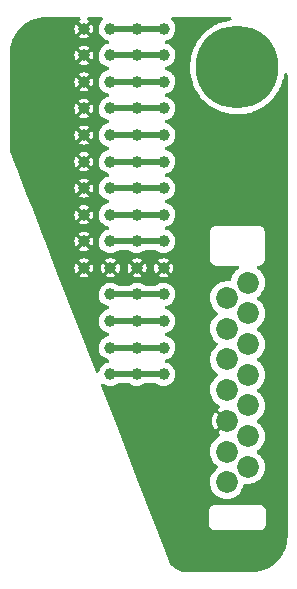
<source format=gbr>
%TF.GenerationSoftware,KiCad,Pcbnew,(6.0.7)*%
%TF.CreationDate,2023-05-28T21:31:41-04:00*%
%TF.ProjectId,kuc,6b75632e-6b69-4636-9164-5f7063625858,A*%
%TF.SameCoordinates,Original*%
%TF.FileFunction,Copper,L2,Bot*%
%TF.FilePolarity,Positive*%
%FSLAX46Y46*%
G04 Gerber Fmt 4.6, Leading zero omitted, Abs format (unit mm)*
G04 Created by KiCad (PCBNEW (6.0.7)) date 2023-05-28 21:31:41*
%MOMM*%
%LPD*%
G01*
G04 APERTURE LIST*
%TA.AperFunction,ComponentPad*%
%ADD10C,1.000000*%
%TD*%
%TA.AperFunction,WasherPad*%
%ADD11C,7.000000*%
%TD*%
%TA.AperFunction,ComponentPad*%
%ADD12C,1.850000*%
%TD*%
%TA.AperFunction,Conductor*%
%ADD13C,0.500000*%
%TD*%
G04 APERTURE END LIST*
D10*
%TO.P,TP12,1,1*%
%TO.N,Net-(J2-Pad9)*%
X158750000Y-102250000D03*
%TD*%
%TO.P,TP20,1,1*%
%TO.N,Net-(J2-Pad11)*%
X154250000Y-106750000D03*
%TD*%
%TO.P,TP49,1,1*%
%TO.N,GND*%
X152000000Y-104500000D03*
%TD*%
%TO.P,TP27,1,1*%
%TO.N,Net-(J2-Pad12)*%
X158750000Y-109000000D03*
%TD*%
%TO.P,TP45,1,1*%
%TO.N,GND*%
X152000000Y-86500000D03*
%TD*%
%TO.P,TP5,1,1*%
%TO.N,Net-(J2-Pad9)*%
X156500000Y-102250000D03*
%TD*%
%TO.P,TP54,1,1*%
%TO.N,GND*%
X152000000Y-91000000D03*
%TD*%
%TO.P,TP50,1,1*%
%TO.N,GND*%
X152000000Y-84250000D03*
%TD*%
%TO.P,TP14,1,1*%
%TO.N,Net-(J2-Pad13)*%
X156500000Y-111250000D03*
%TD*%
%TO.P,TP28,1,1*%
%TO.N,Net-(J2-Pad14)*%
X158750000Y-113500000D03*
%TD*%
%TO.P,TP9,1,1*%
%TO.N,Net-(J2-Pad3)*%
X156500000Y-88750000D03*
%TD*%
%TO.P,TP10,1,1*%
%TO.N,Net-(J2-Pad5)*%
X156500000Y-93250000D03*
%TD*%
%TO.P,TP35,1,1*%
%TO.N,Net-(J2-Pad14)*%
X156500000Y-113500000D03*
%TD*%
%TO.P,TP22,1,1*%
%TO.N,Net-(J2-Pad2)*%
X158750000Y-86500000D03*
%TD*%
%TO.P,TP7,1,1*%
%TO.N,Net-(J2-Pad13)*%
X158750000Y-111250000D03*
%TD*%
%TO.P,TP41,1,1*%
%TO.N,Net-(J2-Pad12)*%
X154250000Y-109000000D03*
%TD*%
%TO.P,TP15,1,1*%
%TO.N,Net-(J2-Pad1)*%
X154250000Y-84250000D03*
%TD*%
%TO.P,TP48,1,1*%
%TO.N,GND*%
X152000000Y-97750000D03*
%TD*%
%TO.P,TP38,1,1*%
%TO.N,Net-(J2-Pad6)*%
X158750000Y-95500000D03*
%TD*%
%TO.P,TP4,1,1*%
%TO.N,Net-(J2-Pad7)*%
X158750000Y-97750000D03*
%TD*%
%TO.P,TP47,1,1*%
%TO.N,GND*%
X152000000Y-102250000D03*
%TD*%
%TO.P,TP51,1,1*%
%TO.N,GND*%
X152000000Y-93250000D03*
%TD*%
D11*
%TO.P,J2,*%
%TO.N,*%
X165000000Y-87500000D03*
D12*
%TO.P,J2,1,SSW*%
%TO.N,Net-(J2-Pad1)*%
X165900000Y-105750000D03*
%TO.P,J2,2,SP+*%
%TO.N,Net-(J2-Pad2)*%
X164100000Y-107050000D03*
%TO.P,J2,3,SP-*%
%TO.N,Net-(J2-Pad3)*%
X165900000Y-108350000D03*
%TO.P,J2,4,MSW*%
%TO.N,Net-(J2-Pad4)*%
X164100000Y-109650000D03*
%TO.P,J2,5,EMC*%
%TO.N,Net-(J2-Pad5)*%
X165900000Y-110950000D03*
%TO.P,J2,6,ME*%
%TO.N,Net-(J2-Pad6)*%
X164100000Y-112250000D03*
%TO.P,J2,7,PTT*%
%TO.N,Net-(J2-Pad7)*%
X165900000Y-113550000D03*
%TO.P,J2,8,PF*%
%TO.N,Net-(J2-Pad8)*%
X164100000Y-114850000D03*
%TO.P,J2,9,OPT*%
%TO.N,Net-(J2-Pad9)*%
X165900000Y-116150000D03*
%TO.P,J2,10,E*%
%TO.N,GND*%
X164100000Y-117450000D03*
%TO.P,J2,11,5V*%
%TO.N,Net-(J2-Pad11)*%
X165900000Y-118750000D03*
%TO.P,J2,12,TXD*%
%TO.N,Net-(J2-Pad12)*%
X164100000Y-120050000D03*
%TO.P,J2,13,RXD*%
%TO.N,Net-(J2-Pad13)*%
X165900000Y-121350000D03*
%TO.P,J2,14,SMIC*%
%TO.N,Net-(J2-Pad14)*%
X164100000Y-122650000D03*
%TD*%
D10*
%TO.P,TP16,1,1*%
%TO.N,Net-(J2-Pad3)*%
X154250000Y-88750000D03*
%TD*%
%TO.P,TP21,1,1*%
%TO.N,Net-(J2-Pad13)*%
X154250000Y-111250000D03*
%TD*%
%TO.P,TPe,1,1*%
%TO.N,GND*%
X152000000Y-88750000D03*
%TD*%
%TO.P,TP6,1,1*%
%TO.N,Net-(J2-Pad11)*%
X158750000Y-106750000D03*
%TD*%
%TO.P,TP37,1,1*%
%TO.N,Net-(J2-Pad4)*%
X154250000Y-91000000D03*
%TD*%
%TO.P,TP32,1,1*%
%TO.N,Net-(J2-Pad8)*%
X156500000Y-100000000D03*
%TD*%
%TO.P,TP29,1,1*%
%TO.N,Net-(J2-Pad2)*%
X156500000Y-86500000D03*
%TD*%
%TO.P,TP19,1,1*%
%TO.N,Net-(J2-Pad9)*%
X154250000Y-102250000D03*
%TD*%
%TO.P,TP1,1,1*%
%TO.N,Net-(J2-Pad1)*%
X158750000Y-84250000D03*
%TD*%
%TO.P,TP40,1,1*%
%TO.N,GND*%
X158750000Y-104500000D03*
%TD*%
%TO.P,TP42,1,1*%
%TO.N,Net-(J2-Pad14)*%
X154250000Y-113500000D03*
%TD*%
%TO.P,TP3,1,1*%
%TO.N,Net-(J2-Pad5)*%
X158750000Y-93250000D03*
%TD*%
%TO.P,TP24,1,1*%
%TO.N,Net-(J2-Pad6)*%
X154250000Y-95500000D03*
%TD*%
%TO.P,TP25,1,1*%
%TO.N,Net-(J2-Pad8)*%
X154250000Y-100000000D03*
%TD*%
%TO.P,TP18,1,1*%
%TO.N,Net-(J2-Pad7)*%
X154250000Y-97750000D03*
%TD*%
%TO.P,TP13,1,1*%
%TO.N,Net-(J2-Pad11)*%
X156500000Y-106750000D03*
%TD*%
%TO.P,TP2,1,1*%
%TO.N,Net-(J2-Pad3)*%
X158750000Y-88750000D03*
%TD*%
%TO.P,TP39,1,1*%
%TO.N,Net-(J2-Pad8)*%
X158750000Y-100000000D03*
%TD*%
%TO.P,TP23,1,1*%
%TO.N,Net-(J2-Pad4)*%
X158750000Y-91000000D03*
%TD*%
%TO.P,TP44,1,1*%
%TO.N,GND*%
X152000000Y-95500000D03*
%TD*%
%TO.P,TP17,1,1*%
%TO.N,Net-(J2-Pad5)*%
X154250000Y-93250000D03*
%TD*%
%TO.P,TP11,1,1*%
%TO.N,Net-(J2-Pad7)*%
X156500000Y-97750000D03*
%TD*%
%TO.P,TP33,1,1*%
%TO.N,GND*%
X154250000Y-104500000D03*
%TD*%
%TO.P,TP36,1,1*%
%TO.N,Net-(J2-Pad2)*%
X154250000Y-86500000D03*
%TD*%
%TO.P,TP30,1,1*%
%TO.N,Net-(J2-Pad4)*%
X156500000Y-91000000D03*
%TD*%
%TO.P,TP56,1,1*%
%TO.N,GND*%
X152000000Y-100000000D03*
%TD*%
%TO.P,TP8,1,1*%
%TO.N,Net-(J2-Pad1)*%
X156500000Y-84250000D03*
%TD*%
%TO.P,TP34,1,1*%
%TO.N,Net-(J2-Pad12)*%
X156500000Y-109000000D03*
%TD*%
%TO.P,TP26,1,1*%
%TO.N,GND*%
X156500000Y-104500000D03*
%TD*%
%TO.P,TP31,1,1*%
%TO.N,Net-(J2-Pad6)*%
X156500000Y-95500000D03*
%TD*%
D13*
%TO.N,Net-(J2-Pad13)*%
X154250000Y-111250000D02*
X156500000Y-111250000D01*
X158750000Y-111250000D02*
X156500000Y-111250000D01*
%TO.N,Net-(J2-Pad11)*%
X154250000Y-106750000D02*
X156500000Y-106750000D01*
X158750000Y-106750000D02*
X156500000Y-106750000D01*
%TO.N,Net-(J2-Pad9)*%
X154250000Y-102250000D02*
X156500000Y-102250000D01*
X158750000Y-102250000D02*
X156500000Y-102250000D01*
%TO.N,Net-(J2-Pad7)*%
X158750000Y-97750000D02*
X156500000Y-97750000D01*
X154250000Y-97750000D02*
X156500000Y-97750000D01*
%TO.N,Net-(J2-Pad5)*%
X158750000Y-93250000D02*
X156500000Y-93250000D01*
X154250000Y-93250000D02*
X156500000Y-93250000D01*
%TO.N,Net-(J2-Pad3)*%
X158750000Y-88750000D02*
X156500000Y-88750000D01*
X154250000Y-88750000D02*
X156500000Y-88750000D01*
%TO.N,Net-(J2-Pad1)*%
X158750000Y-84250000D02*
X156500000Y-84250000D01*
X154250000Y-84250000D02*
X156500000Y-84250000D01*
%TO.N,Net-(J2-Pad8)*%
X154250000Y-100000000D02*
X156500000Y-100000000D01*
X158750000Y-100000000D02*
X156500000Y-100000000D01*
%TO.N,Net-(J2-Pad12)*%
X156500000Y-109000000D02*
X154250000Y-109000000D01*
X158750000Y-109000000D02*
X156500000Y-109000000D01*
%TO.N,Net-(J2-Pad14)*%
X154250000Y-113500000D02*
X156500000Y-113500000D01*
X158750000Y-113500000D02*
X156500000Y-113500000D01*
%TO.N,Net-(J2-Pad2)*%
X158750000Y-86500000D02*
X156500000Y-86500000D01*
X154250000Y-86500000D02*
X156500000Y-86500000D01*
%TO.N,Net-(J2-Pad4)*%
X158750000Y-91000000D02*
X156500000Y-91000000D01*
X154250000Y-91000000D02*
X156500000Y-91000000D01*
%TO.N,Net-(J2-Pad6)*%
X158750000Y-95500000D02*
X156500000Y-95500000D01*
X154250000Y-95500000D02*
X156500000Y-95500000D01*
%TD*%
%TA.AperFunction,Conductor*%
%TO.N,GND*%
G36*
X151645765Y-83270462D02*
G01*
X151700303Y-83325000D01*
X151720265Y-83399500D01*
X151700303Y-83474000D01*
X151649339Y-83526407D01*
X151566493Y-83577374D01*
X151555488Y-83589012D01*
X151557333Y-83595201D01*
X151986129Y-84023997D01*
X152000000Y-84032005D01*
X152013871Y-84023997D01*
X152436032Y-83601836D01*
X152444040Y-83587965D01*
X152440650Y-83582093D01*
X152352916Y-83526415D01*
X152354405Y-83524069D01*
X152306954Y-83482823D01*
X152281841Y-83409898D01*
X152296556Y-83334186D01*
X152347155Y-83275976D01*
X152420080Y-83250863D01*
X152430478Y-83250500D01*
X153473247Y-83250500D01*
X153547747Y-83270462D01*
X153602285Y-83325000D01*
X153622247Y-83399500D01*
X153602285Y-83474000D01*
X153566610Y-83515622D01*
X153552284Y-83527140D01*
X153552279Y-83527145D01*
X153546600Y-83531711D01*
X153420480Y-83682016D01*
X153325956Y-83853954D01*
X153266628Y-84040978D01*
X153265815Y-84048222D01*
X153265815Y-84048224D01*
X153250853Y-84181616D01*
X153244757Y-84235963D01*
X153261175Y-84431483D01*
X153263185Y-84438492D01*
X153263185Y-84438493D01*
X153268779Y-84458000D01*
X153315258Y-84620091D01*
X153404944Y-84794601D01*
X153409466Y-84800306D01*
X153508635Y-84925427D01*
X153526818Y-84948369D01*
X153676238Y-85075535D01*
X153682601Y-85079091D01*
X153841149Y-85167701D01*
X153841155Y-85167704D01*
X153847513Y-85171257D01*
X154031802Y-85231137D01*
X154031805Y-85231138D01*
X154034118Y-85231889D01*
X154033994Y-85232272D01*
X154098654Y-85265793D01*
X154140205Y-85330771D01*
X154143701Y-85407820D01*
X154108203Y-85476294D01*
X154040247Y-85518756D01*
X153873393Y-85567864D01*
X153699512Y-85658767D01*
X153693838Y-85663329D01*
X153553798Y-85775924D01*
X153546600Y-85781711D01*
X153420480Y-85932016D01*
X153325956Y-86103954D01*
X153266628Y-86290978D01*
X153265815Y-86298222D01*
X153265815Y-86298224D01*
X153260471Y-86345867D01*
X153244757Y-86485963D01*
X153261175Y-86681483D01*
X153263185Y-86688492D01*
X153263185Y-86688493D01*
X153272801Y-86722028D01*
X153315258Y-86870091D01*
X153404944Y-87044601D01*
X153526818Y-87198369D01*
X153676238Y-87325535D01*
X153682601Y-87329091D01*
X153841149Y-87417701D01*
X153841155Y-87417704D01*
X153847513Y-87421257D01*
X154031802Y-87481137D01*
X154031805Y-87481138D01*
X154034118Y-87481889D01*
X154033994Y-87482272D01*
X154098654Y-87515793D01*
X154140205Y-87580771D01*
X154143701Y-87657820D01*
X154108203Y-87726294D01*
X154040247Y-87768756D01*
X153873393Y-87817864D01*
X153699512Y-87908767D01*
X153693838Y-87913329D01*
X153553798Y-88025924D01*
X153546600Y-88031711D01*
X153420480Y-88182016D01*
X153325956Y-88353954D01*
X153266628Y-88540978D01*
X153265815Y-88548222D01*
X153265815Y-88548224D01*
X153264273Y-88561974D01*
X153244757Y-88735963D01*
X153261175Y-88931483D01*
X153263185Y-88938492D01*
X153263185Y-88938493D01*
X153268779Y-88958000D01*
X153315258Y-89120091D01*
X153404944Y-89294601D01*
X153526818Y-89448369D01*
X153676238Y-89575535D01*
X153682601Y-89579091D01*
X153841149Y-89667701D01*
X153841155Y-89667704D01*
X153847513Y-89671257D01*
X154031802Y-89731137D01*
X154031805Y-89731138D01*
X154034118Y-89731889D01*
X154033994Y-89732272D01*
X154098654Y-89765793D01*
X154140205Y-89830771D01*
X154143701Y-89907820D01*
X154108203Y-89976294D01*
X154040247Y-90018756D01*
X153873393Y-90067864D01*
X153699512Y-90158767D01*
X153693838Y-90163329D01*
X153553798Y-90275924D01*
X153546600Y-90281711D01*
X153420480Y-90432016D01*
X153325956Y-90603954D01*
X153266628Y-90790978D01*
X153265815Y-90798222D01*
X153265815Y-90798224D01*
X153245569Y-90978722D01*
X153244757Y-90985963D01*
X153261175Y-91181483D01*
X153263185Y-91188492D01*
X153263185Y-91188493D01*
X153268779Y-91208000D01*
X153315258Y-91370091D01*
X153404944Y-91544601D01*
X153526818Y-91698369D01*
X153676238Y-91825535D01*
X153682601Y-91829091D01*
X153841149Y-91917701D01*
X153841155Y-91917704D01*
X153847513Y-91921257D01*
X154031802Y-91981137D01*
X154031805Y-91981138D01*
X154034118Y-91981889D01*
X154033994Y-91982272D01*
X154098654Y-92015793D01*
X154140205Y-92080771D01*
X154143701Y-92157820D01*
X154108203Y-92226294D01*
X154040247Y-92268756D01*
X153873393Y-92317864D01*
X153699512Y-92408767D01*
X153693838Y-92413329D01*
X153553798Y-92525924D01*
X153546600Y-92531711D01*
X153420480Y-92682016D01*
X153325956Y-92853954D01*
X153266628Y-93040978D01*
X153265815Y-93048222D01*
X153265815Y-93048224D01*
X153264273Y-93061974D01*
X153244757Y-93235963D01*
X153261175Y-93431483D01*
X153263185Y-93438492D01*
X153263185Y-93438493D01*
X153268779Y-93458000D01*
X153315258Y-93620091D01*
X153404944Y-93794601D01*
X153526818Y-93948369D01*
X153676238Y-94075535D01*
X153682601Y-94079091D01*
X153841149Y-94167701D01*
X153841155Y-94167704D01*
X153847513Y-94171257D01*
X154031802Y-94231137D01*
X154031805Y-94231138D01*
X154034118Y-94231889D01*
X154033994Y-94232272D01*
X154098654Y-94265793D01*
X154140205Y-94330771D01*
X154143701Y-94407820D01*
X154108203Y-94476294D01*
X154040247Y-94518756D01*
X153873393Y-94567864D01*
X153699512Y-94658767D01*
X153693838Y-94663329D01*
X153553798Y-94775924D01*
X153546600Y-94781711D01*
X153420480Y-94932016D01*
X153325956Y-95103954D01*
X153266628Y-95290978D01*
X153265815Y-95298222D01*
X153265815Y-95298224D01*
X153264273Y-95311974D01*
X153244757Y-95485963D01*
X153261175Y-95681483D01*
X153263185Y-95688492D01*
X153263185Y-95688493D01*
X153268779Y-95708000D01*
X153315258Y-95870091D01*
X153404944Y-96044601D01*
X153526818Y-96198369D01*
X153676238Y-96325535D01*
X153682601Y-96329091D01*
X153841149Y-96417701D01*
X153841155Y-96417704D01*
X153847513Y-96421257D01*
X154031802Y-96481137D01*
X154031805Y-96481138D01*
X154034118Y-96481889D01*
X154033994Y-96482272D01*
X154098654Y-96515793D01*
X154140205Y-96580771D01*
X154143701Y-96657820D01*
X154108203Y-96726294D01*
X154040247Y-96768756D01*
X153873393Y-96817864D01*
X153699512Y-96908767D01*
X153693838Y-96913329D01*
X153553798Y-97025924D01*
X153546600Y-97031711D01*
X153420480Y-97182016D01*
X153325956Y-97353954D01*
X153266628Y-97540978D01*
X153265815Y-97548222D01*
X153265815Y-97548224D01*
X153264273Y-97561974D01*
X153244757Y-97735963D01*
X153261175Y-97931483D01*
X153263185Y-97938492D01*
X153263185Y-97938493D01*
X153268779Y-97958000D01*
X153315258Y-98120091D01*
X153404944Y-98294601D01*
X153526818Y-98448369D01*
X153676238Y-98575535D01*
X153682601Y-98579091D01*
X153841149Y-98667701D01*
X153841155Y-98667704D01*
X153847513Y-98671257D01*
X154031802Y-98731137D01*
X154031805Y-98731138D01*
X154034118Y-98731889D01*
X154033994Y-98732272D01*
X154098654Y-98765793D01*
X154140205Y-98830771D01*
X154143701Y-98907820D01*
X154108203Y-98976294D01*
X154040247Y-99018756D01*
X153873393Y-99067864D01*
X153699512Y-99158767D01*
X153693838Y-99163329D01*
X153553798Y-99275924D01*
X153546600Y-99281711D01*
X153420480Y-99432016D01*
X153325956Y-99603954D01*
X153266628Y-99790978D01*
X153265815Y-99798222D01*
X153265815Y-99798224D01*
X153264273Y-99811974D01*
X153244757Y-99985963D01*
X153261175Y-100181483D01*
X153263185Y-100188492D01*
X153263185Y-100188493D01*
X153268779Y-100208000D01*
X153315258Y-100370091D01*
X153404944Y-100544601D01*
X153526818Y-100698369D01*
X153676238Y-100825535D01*
X153682601Y-100829091D01*
X153841149Y-100917701D01*
X153841155Y-100917704D01*
X153847513Y-100921257D01*
X154031802Y-100981137D01*
X154031805Y-100981138D01*
X154034118Y-100981889D01*
X154033994Y-100982272D01*
X154098654Y-101015793D01*
X154140205Y-101080771D01*
X154143701Y-101157820D01*
X154108203Y-101226294D01*
X154040247Y-101268756D01*
X153873393Y-101317864D01*
X153699512Y-101408767D01*
X153693838Y-101413329D01*
X153553798Y-101525924D01*
X153546600Y-101531711D01*
X153420480Y-101682016D01*
X153325956Y-101853954D01*
X153266628Y-102040978D01*
X153265815Y-102048222D01*
X153265815Y-102048224D01*
X153264273Y-102061974D01*
X153244757Y-102235963D01*
X153261175Y-102431483D01*
X153263185Y-102438492D01*
X153263185Y-102438493D01*
X153268779Y-102458000D01*
X153315258Y-102620091D01*
X153404944Y-102794601D01*
X153526818Y-102948369D01*
X153676238Y-103075535D01*
X153682601Y-103079091D01*
X153841149Y-103167701D01*
X153841155Y-103167704D01*
X153847513Y-103171257D01*
X154034118Y-103231889D01*
X154107397Y-103240627D01*
X154221715Y-103254259D01*
X154221718Y-103254259D01*
X154228946Y-103255121D01*
X154340443Y-103246542D01*
X154417314Y-103240627D01*
X154417316Y-103240627D01*
X154424576Y-103240068D01*
X154613556Y-103187303D01*
X154620062Y-103184016D01*
X154620066Y-103184015D01*
X154782184Y-103102123D01*
X154782185Y-103102123D01*
X154788689Y-103098837D01*
X154845912Y-103054130D01*
X154874127Y-103032086D01*
X154945124Y-103001950D01*
X154965860Y-103000500D01*
X155783251Y-103000500D01*
X155857751Y-103020462D01*
X155879820Y-103036030D01*
X155926238Y-103075535D01*
X155932601Y-103079091D01*
X156091149Y-103167701D01*
X156091155Y-103167704D01*
X156097513Y-103171257D01*
X156284118Y-103231889D01*
X156357397Y-103240627D01*
X156471715Y-103254259D01*
X156471718Y-103254259D01*
X156478946Y-103255121D01*
X156590443Y-103246542D01*
X156667314Y-103240627D01*
X156667316Y-103240627D01*
X156674576Y-103240068D01*
X156863556Y-103187303D01*
X156870062Y-103184016D01*
X156870066Y-103184015D01*
X157032184Y-103102123D01*
X157032185Y-103102123D01*
X157038689Y-103098837D01*
X157095912Y-103054130D01*
X157124127Y-103032086D01*
X157195124Y-103001950D01*
X157215860Y-103000500D01*
X158033251Y-103000500D01*
X158107751Y-103020462D01*
X158129820Y-103036030D01*
X158176238Y-103075535D01*
X158182601Y-103079091D01*
X158341149Y-103167701D01*
X158341155Y-103167704D01*
X158347513Y-103171257D01*
X158534118Y-103231889D01*
X158607397Y-103240627D01*
X158721715Y-103254259D01*
X158721718Y-103254259D01*
X158728946Y-103255121D01*
X158840443Y-103246542D01*
X158917314Y-103240627D01*
X158917316Y-103240627D01*
X158924576Y-103240068D01*
X159113556Y-103187303D01*
X159120062Y-103184016D01*
X159120066Y-103184015D01*
X159282184Y-103102123D01*
X159282185Y-103102123D01*
X159288689Y-103098837D01*
X159389005Y-103020462D01*
X159437560Y-102982527D01*
X159437561Y-102982526D01*
X159443303Y-102978040D01*
X159571509Y-102829511D01*
X159631367Y-102724142D01*
X159664827Y-102665243D01*
X159664828Y-102665241D01*
X159668425Y-102658909D01*
X159730358Y-102472732D01*
X159754949Y-102278071D01*
X159755341Y-102250000D01*
X159736194Y-102054728D01*
X159679484Y-101866894D01*
X159587370Y-101693653D01*
X159582767Y-101688010D01*
X159582765Y-101688006D01*
X159467964Y-101547246D01*
X159463361Y-101541602D01*
X159312180Y-101416535D01*
X159139585Y-101323213D01*
X158955395Y-101266197D01*
X158890129Y-101225097D01*
X158854158Y-101156871D01*
X158857118Y-101079800D01*
X158898218Y-101014534D01*
X158959385Y-100980349D01*
X159106533Y-100939264D01*
X159106534Y-100939264D01*
X159113556Y-100937303D01*
X159120062Y-100934016D01*
X159120066Y-100934015D01*
X159282184Y-100852123D01*
X159282185Y-100852123D01*
X159288689Y-100848837D01*
X159389005Y-100770462D01*
X159437560Y-100732527D01*
X159437561Y-100732526D01*
X159443303Y-100728040D01*
X159571509Y-100579511D01*
X159631367Y-100474142D01*
X159664827Y-100415243D01*
X159664828Y-100415241D01*
X159668425Y-100408909D01*
X159730358Y-100222732D01*
X159754949Y-100028071D01*
X159755341Y-100000000D01*
X159736194Y-99804728D01*
X159679484Y-99616894D01*
X159587370Y-99443653D01*
X159582767Y-99438010D01*
X159582765Y-99438006D01*
X159467964Y-99297246D01*
X159463361Y-99291602D01*
X159312180Y-99166535D01*
X159139585Y-99073213D01*
X158955395Y-99016197D01*
X158890129Y-98975097D01*
X158854158Y-98906871D01*
X158857118Y-98829800D01*
X158898218Y-98764534D01*
X158959385Y-98730349D01*
X159106533Y-98689264D01*
X159106534Y-98689264D01*
X159113556Y-98687303D01*
X159120062Y-98684016D01*
X159120066Y-98684015D01*
X159282184Y-98602123D01*
X159282185Y-98602123D01*
X159288689Y-98598837D01*
X159389005Y-98520462D01*
X159437560Y-98482527D01*
X159437561Y-98482526D01*
X159443303Y-98478040D01*
X159571509Y-98329511D01*
X159631367Y-98224142D01*
X159664827Y-98165243D01*
X159664828Y-98165241D01*
X159668425Y-98158909D01*
X159730358Y-97972732D01*
X159754949Y-97778071D01*
X159755341Y-97750000D01*
X159736194Y-97554728D01*
X159679484Y-97366894D01*
X159587370Y-97193653D01*
X159582767Y-97188010D01*
X159582765Y-97188006D01*
X159467964Y-97047246D01*
X159463361Y-97041602D01*
X159312180Y-96916535D01*
X159139585Y-96823213D01*
X158955395Y-96766197D01*
X158890129Y-96725097D01*
X158854158Y-96656871D01*
X158857118Y-96579800D01*
X158898218Y-96514534D01*
X158959385Y-96480349D01*
X159106533Y-96439264D01*
X159106534Y-96439264D01*
X159113556Y-96437303D01*
X159120062Y-96434016D01*
X159120066Y-96434015D01*
X159282184Y-96352123D01*
X159282185Y-96352123D01*
X159288689Y-96348837D01*
X159389005Y-96270462D01*
X159437560Y-96232527D01*
X159437561Y-96232526D01*
X159443303Y-96228040D01*
X159571509Y-96079511D01*
X159631367Y-95974142D01*
X159664827Y-95915243D01*
X159664828Y-95915241D01*
X159668425Y-95908909D01*
X159730358Y-95722732D01*
X159754949Y-95528071D01*
X159755341Y-95500000D01*
X159736194Y-95304728D01*
X159679484Y-95116894D01*
X159587370Y-94943653D01*
X159582767Y-94938010D01*
X159582765Y-94938006D01*
X159467964Y-94797246D01*
X159463361Y-94791602D01*
X159312180Y-94666535D01*
X159139585Y-94573213D01*
X158955395Y-94516197D01*
X158890129Y-94475097D01*
X158854158Y-94406871D01*
X158857118Y-94329800D01*
X158898218Y-94264534D01*
X158959385Y-94230349D01*
X159106533Y-94189264D01*
X159106534Y-94189264D01*
X159113556Y-94187303D01*
X159120062Y-94184016D01*
X159120066Y-94184015D01*
X159282184Y-94102123D01*
X159282185Y-94102123D01*
X159288689Y-94098837D01*
X159389005Y-94020462D01*
X159437560Y-93982527D01*
X159437561Y-93982526D01*
X159443303Y-93978040D01*
X159571509Y-93829511D01*
X159631367Y-93724142D01*
X159664827Y-93665243D01*
X159664828Y-93665241D01*
X159668425Y-93658909D01*
X159730358Y-93472732D01*
X159754949Y-93278071D01*
X159755341Y-93250000D01*
X159736194Y-93054728D01*
X159679484Y-92866894D01*
X159587370Y-92693653D01*
X159582767Y-92688010D01*
X159582765Y-92688006D01*
X159467964Y-92547246D01*
X159463361Y-92541602D01*
X159312180Y-92416535D01*
X159139585Y-92323213D01*
X158955395Y-92266197D01*
X158890129Y-92225097D01*
X158854158Y-92156871D01*
X158857118Y-92079800D01*
X158898218Y-92014534D01*
X158959385Y-91980349D01*
X159106533Y-91939264D01*
X159106534Y-91939264D01*
X159113556Y-91937303D01*
X159120062Y-91934016D01*
X159120066Y-91934015D01*
X159282184Y-91852123D01*
X159282185Y-91852123D01*
X159288689Y-91848837D01*
X159389005Y-91770462D01*
X159437560Y-91732527D01*
X159437561Y-91732526D01*
X159443303Y-91728040D01*
X159571509Y-91579511D01*
X159647962Y-91444931D01*
X159664827Y-91415243D01*
X159664828Y-91415241D01*
X159668425Y-91408909D01*
X159730358Y-91222732D01*
X159754949Y-91028071D01*
X159755341Y-91000000D01*
X159736194Y-90804728D01*
X159679484Y-90616894D01*
X159646930Y-90555668D01*
X159590792Y-90450088D01*
X159590790Y-90450085D01*
X159587370Y-90443653D01*
X159582767Y-90438010D01*
X159582765Y-90438006D01*
X159467964Y-90297246D01*
X159463361Y-90291602D01*
X159312180Y-90166535D01*
X159139585Y-90073213D01*
X158955395Y-90016197D01*
X158890129Y-89975097D01*
X158854158Y-89906871D01*
X158857118Y-89829800D01*
X158898218Y-89764534D01*
X158959385Y-89730349D01*
X159106533Y-89689264D01*
X159106534Y-89689264D01*
X159113556Y-89687303D01*
X159120062Y-89684016D01*
X159120066Y-89684015D01*
X159282184Y-89602123D01*
X159282185Y-89602123D01*
X159288689Y-89598837D01*
X159389005Y-89520462D01*
X159437560Y-89482527D01*
X159437561Y-89482526D01*
X159443303Y-89478040D01*
X159571509Y-89329511D01*
X159631367Y-89224142D01*
X159664827Y-89165243D01*
X159664828Y-89165241D01*
X159668425Y-89158909D01*
X159730358Y-88972732D01*
X159754949Y-88778071D01*
X159755341Y-88750000D01*
X159736194Y-88554728D01*
X159679484Y-88366894D01*
X159604884Y-88226592D01*
X159590792Y-88200088D01*
X159590790Y-88200085D01*
X159587370Y-88193653D01*
X159582767Y-88188010D01*
X159582765Y-88188006D01*
X159467964Y-88047246D01*
X159463361Y-88041602D01*
X159312180Y-87916535D01*
X159139585Y-87823213D01*
X158955395Y-87766197D01*
X158890129Y-87725097D01*
X158854158Y-87656871D01*
X158857118Y-87579800D01*
X158898218Y-87514534D01*
X158959385Y-87480349D01*
X159106533Y-87439264D01*
X159106534Y-87439264D01*
X159113556Y-87437303D01*
X159120062Y-87434016D01*
X159120066Y-87434015D01*
X159282184Y-87352123D01*
X159282185Y-87352123D01*
X159288689Y-87348837D01*
X159389005Y-87270462D01*
X159437560Y-87232527D01*
X159437561Y-87232526D01*
X159443303Y-87228040D01*
X159571509Y-87079511D01*
X159631367Y-86974142D01*
X159664827Y-86915243D01*
X159664828Y-86915241D01*
X159668425Y-86908909D01*
X159730358Y-86722732D01*
X159737813Y-86663723D01*
X159754427Y-86532200D01*
X159754949Y-86528071D01*
X159755341Y-86500000D01*
X159736194Y-86304728D01*
X159679484Y-86116894D01*
X159605162Y-85977115D01*
X159590792Y-85950088D01*
X159590790Y-85950085D01*
X159587370Y-85943653D01*
X159582767Y-85938010D01*
X159582765Y-85938006D01*
X159467964Y-85797246D01*
X159463361Y-85791602D01*
X159312180Y-85666535D01*
X159139585Y-85573213D01*
X158955395Y-85516197D01*
X158890129Y-85475097D01*
X158854158Y-85406871D01*
X158857118Y-85329800D01*
X158898218Y-85264534D01*
X158959385Y-85230349D01*
X159106533Y-85189264D01*
X159106534Y-85189264D01*
X159113556Y-85187303D01*
X159120062Y-85184016D01*
X159120066Y-85184015D01*
X159282184Y-85102123D01*
X159282185Y-85102123D01*
X159288689Y-85098837D01*
X159389005Y-85020462D01*
X159437560Y-84982527D01*
X159437561Y-84982526D01*
X159443303Y-84978040D01*
X159571509Y-84829511D01*
X159631367Y-84724142D01*
X159664827Y-84665243D01*
X159664828Y-84665241D01*
X159668425Y-84658909D01*
X159730358Y-84472732D01*
X159754949Y-84278071D01*
X159755341Y-84250000D01*
X159736194Y-84054728D01*
X159679484Y-83866894D01*
X159669209Y-83847570D01*
X159590792Y-83700088D01*
X159590790Y-83700085D01*
X159587370Y-83693653D01*
X159582767Y-83688010D01*
X159582765Y-83688006D01*
X159467964Y-83547246D01*
X159463361Y-83541602D01*
X159457751Y-83536961D01*
X159457745Y-83536955D01*
X159430367Y-83514306D01*
X159385688Y-83451437D01*
X159378430Y-83374651D01*
X159410537Y-83304524D01*
X159473406Y-83259845D01*
X159525343Y-83250500D01*
X164360872Y-83250500D01*
X164435372Y-83270462D01*
X164489910Y-83325000D01*
X164509872Y-83399500D01*
X164489910Y-83474000D01*
X164435372Y-83528538D01*
X164381609Y-83547050D01*
X164358056Y-83550360D01*
X164249477Y-83565620D01*
X163869131Y-83657636D01*
X163865695Y-83658832D01*
X163865690Y-83658834D01*
X163765704Y-83693653D01*
X163499579Y-83786327D01*
X163456845Y-83806073D01*
X163147640Y-83948946D01*
X163147634Y-83948949D01*
X163144349Y-83950467D01*
X162806831Y-84148487D01*
X162803896Y-84150620D01*
X162803889Y-84150624D01*
X162634205Y-84273907D01*
X162490248Y-84378498D01*
X162197621Y-84638305D01*
X162195143Y-84640981D01*
X161944327Y-84911838D01*
X161931743Y-84925427D01*
X161695152Y-85237124D01*
X161490107Y-85570420D01*
X161464507Y-85622908D01*
X161338878Y-85880486D01*
X161318564Y-85922135D01*
X161250946Y-86103954D01*
X161183978Y-86284028D01*
X161182162Y-86288910D01*
X161082201Y-86667246D01*
X161081618Y-86670849D01*
X161081617Y-86670851D01*
X161037260Y-86944720D01*
X161019637Y-87053531D01*
X161019409Y-87057162D01*
X161019408Y-87057167D01*
X160995368Y-87439264D01*
X160995065Y-87444077D01*
X160999805Y-87579800D01*
X161008305Y-87823213D01*
X161008722Y-87835157D01*
X161009205Y-87838773D01*
X161009205Y-87838779D01*
X161059994Y-88219422D01*
X161059996Y-88219432D01*
X161060477Y-88223038D01*
X161149834Y-88604017D01*
X161151004Y-88607453D01*
X161151006Y-88607461D01*
X161208761Y-88777114D01*
X161275943Y-88974458D01*
X161437598Y-89330826D01*
X161633258Y-89669717D01*
X161861053Y-89987899D01*
X161863451Y-89990638D01*
X161863454Y-89990642D01*
X162111183Y-90273621D01*
X162118810Y-90282333D01*
X162121456Y-90284818D01*
X162121464Y-90284826D01*
X162401416Y-90547717D01*
X162404069Y-90550208D01*
X162714107Y-90788969D01*
X163045964Y-90996337D01*
X163049216Y-90997951D01*
X163049219Y-90997953D01*
X163393220Y-91168717D01*
X163393225Y-91168719D01*
X163396472Y-91170331D01*
X163399861Y-91171618D01*
X163399867Y-91171621D01*
X163567795Y-91235410D01*
X163762287Y-91309290D01*
X164139915Y-91411890D01*
X164143513Y-91412499D01*
X164143515Y-91412499D01*
X164159739Y-91415243D01*
X164525754Y-91477150D01*
X164529371Y-91477403D01*
X164529380Y-91477404D01*
X164737262Y-91491940D01*
X164916119Y-91504447D01*
X164919742Y-91504346D01*
X164919752Y-91504346D01*
X165303641Y-91493622D01*
X165303645Y-91493622D01*
X165307285Y-91493520D01*
X165310900Y-91493063D01*
X165310904Y-91493063D01*
X165456030Y-91474729D01*
X165695517Y-91444475D01*
X165836260Y-91412499D01*
X166073564Y-91358585D01*
X166073567Y-91358584D01*
X166077111Y-91357779D01*
X166116097Y-91344810D01*
X166444968Y-91235410D01*
X166444974Y-91235408D01*
X166448424Y-91234260D01*
X166451751Y-91232779D01*
X166451758Y-91232776D01*
X166802586Y-91076577D01*
X166802596Y-91076572D01*
X166805911Y-91075096D01*
X167146160Y-90881808D01*
X167366167Y-90726610D01*
X167462953Y-90658335D01*
X167462955Y-90658333D01*
X167465924Y-90656239D01*
X167762150Y-90400544D01*
X167764653Y-90397915D01*
X167764662Y-90397907D01*
X168029498Y-90119801D01*
X168029499Y-90119800D01*
X168032011Y-90117162D01*
X168067890Y-90071240D01*
X168270692Y-89811665D01*
X168270694Y-89811663D01*
X168272931Y-89808799D01*
X168482610Y-89478398D01*
X168486099Y-89471492D01*
X168625905Y-89194720D01*
X168659046Y-89129112D01*
X168800557Y-88764277D01*
X168867644Y-88523997D01*
X168904812Y-88390878D01*
X168904813Y-88390872D01*
X168905790Y-88387374D01*
X168910537Y-88360456D01*
X168953764Y-88115301D01*
X168986359Y-88045400D01*
X169049539Y-88001161D01*
X169126374Y-87994439D01*
X169196275Y-88027034D01*
X169240514Y-88090214D01*
X169249500Y-88141175D01*
X169249500Y-127199481D01*
X169247726Y-127222403D01*
X169244391Y-127243823D01*
X169246503Y-127259978D01*
X169247556Y-127287085D01*
X169233477Y-127555734D01*
X169231847Y-127571245D01*
X169185175Y-127865921D01*
X169181932Y-127881176D01*
X169104716Y-128169349D01*
X169099897Y-128184182D01*
X168992977Y-128462720D01*
X168986633Y-128476968D01*
X168851187Y-128742795D01*
X168843389Y-128756301D01*
X168680901Y-129006510D01*
X168671735Y-129019126D01*
X168483976Y-129250990D01*
X168473540Y-129262580D01*
X168262580Y-129473540D01*
X168250990Y-129483976D01*
X168019128Y-129671734D01*
X168006511Y-129680900D01*
X167946853Y-129719643D01*
X167756301Y-129843389D01*
X167742798Y-129851185D01*
X167695404Y-129875334D01*
X167476968Y-129986633D01*
X167462720Y-129992977D01*
X167184182Y-130099897D01*
X167169349Y-130104716D01*
X166881176Y-130181932D01*
X166865921Y-130185175D01*
X166800446Y-130195545D01*
X166571237Y-130231848D01*
X166555739Y-130233476D01*
X166294609Y-130247162D01*
X166274133Y-130246116D01*
X166266671Y-130246025D01*
X166256177Y-130244391D01*
X166237334Y-130246855D01*
X166226726Y-130248242D01*
X166207407Y-130249500D01*
X160650519Y-130249500D01*
X160627597Y-130247726D01*
X160616668Y-130246024D01*
X160616665Y-130246024D01*
X160606177Y-130244391D01*
X160593933Y-130245992D01*
X160563768Y-130246855D01*
X160496490Y-130241944D01*
X160393083Y-130234396D01*
X160371623Y-130231246D01*
X160179708Y-130188610D01*
X160158928Y-130182375D01*
X160157766Y-130181932D01*
X159975247Y-130112324D01*
X159955605Y-130103145D01*
X159784029Y-130007153D01*
X159765919Y-129995211D01*
X159682125Y-129930738D01*
X159610113Y-129875331D01*
X159593930Y-129860886D01*
X159457181Y-129719643D01*
X159443265Y-129702999D01*
X159328487Y-129543409D01*
X159317135Y-129524921D01*
X159293391Y-129479063D01*
X159241799Y-129379419D01*
X159236020Y-129364251D01*
X159235564Y-129364440D01*
X159231501Y-129354631D01*
X159228871Y-129344347D01*
X159223461Y-129335216D01*
X159223458Y-129335210D01*
X159219489Y-129328512D01*
X159208786Y-129306505D01*
X158028863Y-126268624D01*
X162599031Y-126268624D01*
X162601948Y-126278829D01*
X162606562Y-126294973D01*
X162610793Y-126314795D01*
X162614677Y-126341918D01*
X162619070Y-126351580D01*
X162619071Y-126351584D01*
X162624368Y-126363233D01*
X162631992Y-126383953D01*
X162638428Y-126406471D01*
X162644090Y-126415446D01*
X162644091Y-126415447D01*
X162653051Y-126429649D01*
X162662672Y-126447480D01*
X162665094Y-126452806D01*
X162674016Y-126472428D01*
X162689305Y-126490172D01*
X162702436Y-126507918D01*
X162714930Y-126527720D01*
X162722888Y-126534748D01*
X162735468Y-126545858D01*
X162749715Y-126560280D01*
X162760670Y-126572995D01*
X162760673Y-126572998D01*
X162767600Y-126581037D01*
X162776507Y-126586810D01*
X162787251Y-126593774D01*
X162804834Y-126607120D01*
X162822388Y-126622623D01*
X162831995Y-126627133D01*
X162831997Y-126627135D01*
X162847194Y-126634270D01*
X162864903Y-126644106D01*
X162887905Y-126659015D01*
X162910341Y-126665725D01*
X162930965Y-126673601D01*
X162952163Y-126683553D01*
X162979247Y-126687770D01*
X162999011Y-126692243D01*
X163015091Y-126697052D01*
X163015093Y-126697052D01*
X163025261Y-126700093D01*
X163035874Y-126700158D01*
X163040063Y-126700184D01*
X163059317Y-126700301D01*
X163059883Y-126700325D01*
X163061009Y-126700500D01*
X163091450Y-126700500D01*
X163092360Y-126700503D01*
X163168624Y-126700969D01*
X163169999Y-126700576D01*
X163171116Y-126700500D01*
X166891450Y-126700500D01*
X166892360Y-126700503D01*
X166968624Y-126700969D01*
X166994973Y-126693438D01*
X167014795Y-126689207D01*
X167031409Y-126686828D01*
X167031410Y-126686828D01*
X167041918Y-126685323D01*
X167051580Y-126680930D01*
X167051584Y-126680929D01*
X167063233Y-126675632D01*
X167083953Y-126668008D01*
X167106471Y-126661572D01*
X167115447Y-126655909D01*
X167129649Y-126646949D01*
X167147480Y-126637328D01*
X167162766Y-126630377D01*
X167172428Y-126625984D01*
X167190172Y-126610695D01*
X167207918Y-126597564D01*
X167209301Y-126596691D01*
X167227720Y-126585070D01*
X167245858Y-126564532D01*
X167260280Y-126550285D01*
X167272995Y-126539330D01*
X167272998Y-126539327D01*
X167281037Y-126532400D01*
X167293775Y-126512748D01*
X167307120Y-126495166D01*
X167322623Y-126477612D01*
X167329594Y-126462766D01*
X167334270Y-126452806D01*
X167344106Y-126435097D01*
X167359015Y-126412095D01*
X167365725Y-126389659D01*
X167373602Y-126369031D01*
X167376325Y-126363233D01*
X167383553Y-126347837D01*
X167387770Y-126320753D01*
X167392243Y-126300989D01*
X167397052Y-126284909D01*
X167397052Y-126284907D01*
X167400093Y-126274739D01*
X167400301Y-126240683D01*
X167400325Y-126240117D01*
X167400500Y-126238991D01*
X167400500Y-126208550D01*
X167400503Y-126207640D01*
X167400944Y-126135405D01*
X167400969Y-126131376D01*
X167400576Y-126130001D01*
X167400500Y-126128884D01*
X167400500Y-125108550D01*
X167400503Y-125107640D01*
X167400904Y-125041991D01*
X167400969Y-125031376D01*
X167393438Y-125005027D01*
X167389207Y-124985205D01*
X167386828Y-124968591D01*
X167386828Y-124968590D01*
X167385323Y-124958082D01*
X167380930Y-124948420D01*
X167380929Y-124948416D01*
X167375632Y-124936767D01*
X167368008Y-124916047D01*
X167361572Y-124893529D01*
X167355909Y-124884553D01*
X167346949Y-124870351D01*
X167337328Y-124852520D01*
X167330377Y-124837234D01*
X167325984Y-124827572D01*
X167310695Y-124809828D01*
X167297564Y-124792082D01*
X167296691Y-124790699D01*
X167285070Y-124772280D01*
X167264532Y-124754142D01*
X167250285Y-124739720D01*
X167239330Y-124727005D01*
X167239327Y-124727002D01*
X167232400Y-124718963D01*
X167212748Y-124706225D01*
X167195166Y-124692880D01*
X167177612Y-124677377D01*
X167168005Y-124672867D01*
X167168003Y-124672865D01*
X167152806Y-124665730D01*
X167135097Y-124655894D01*
X167112095Y-124640985D01*
X167089659Y-124634275D01*
X167069035Y-124626399D01*
X167047837Y-124616447D01*
X167020753Y-124612230D01*
X167000989Y-124607757D01*
X166984909Y-124602948D01*
X166984907Y-124602948D01*
X166974739Y-124599907D01*
X166964126Y-124599842D01*
X166959937Y-124599816D01*
X166940683Y-124599699D01*
X166940117Y-124599675D01*
X166938991Y-124599500D01*
X166908550Y-124599500D01*
X166907640Y-124599497D01*
X166907675Y-124599497D01*
X166831376Y-124599031D01*
X166830001Y-124599424D01*
X166828884Y-124599500D01*
X163108550Y-124599500D01*
X163107640Y-124599497D01*
X163031376Y-124599031D01*
X163005027Y-124606562D01*
X162985205Y-124610793D01*
X162968591Y-124613172D01*
X162968590Y-124613172D01*
X162958082Y-124614677D01*
X162948420Y-124619070D01*
X162948416Y-124619071D01*
X162936767Y-124624368D01*
X162916047Y-124631992D01*
X162893529Y-124638428D01*
X162884554Y-124644090D01*
X162884553Y-124644091D01*
X162870351Y-124653051D01*
X162852520Y-124662672D01*
X162840573Y-124668105D01*
X162827572Y-124674016D01*
X162809828Y-124689305D01*
X162792082Y-124702436D01*
X162772280Y-124714930D01*
X162765252Y-124722888D01*
X162754142Y-124735468D01*
X162739720Y-124749715D01*
X162727005Y-124760670D01*
X162727002Y-124760673D01*
X162718963Y-124767600D01*
X162713190Y-124776507D01*
X162706226Y-124787251D01*
X162692880Y-124804834D01*
X162677377Y-124822388D01*
X162672867Y-124831995D01*
X162672865Y-124831997D01*
X162665730Y-124847194D01*
X162655894Y-124864903D01*
X162640985Y-124887905D01*
X162637945Y-124898070D01*
X162634276Y-124910339D01*
X162626399Y-124930965D01*
X162616447Y-124952163D01*
X162614814Y-124962652D01*
X162612230Y-124979246D01*
X162607757Y-124999011D01*
X162599907Y-125025261D01*
X162599842Y-125035874D01*
X162599699Y-125059308D01*
X162599675Y-125059883D01*
X162599500Y-125061009D01*
X162599500Y-125091450D01*
X162599497Y-125092360D01*
X162599031Y-125168624D01*
X162599424Y-125169999D01*
X162599500Y-125171116D01*
X162599500Y-126191450D01*
X162599497Y-126192360D01*
X162599031Y-126268624D01*
X158028863Y-126268624D01*
X156609804Y-122615053D01*
X162670042Y-122615053D01*
X162673889Y-122681768D01*
X162678995Y-122770323D01*
X162683535Y-122849071D01*
X162735069Y-123077743D01*
X162737366Y-123083400D01*
X162737368Y-123083406D01*
X162777418Y-123182036D01*
X162823259Y-123294928D01*
X162826448Y-123300132D01*
X162826450Y-123300136D01*
X162882540Y-123391666D01*
X162945736Y-123494793D01*
X162949741Y-123499416D01*
X162949745Y-123499422D01*
X163020737Y-123581377D01*
X163099212Y-123671971D01*
X163279565Y-123821703D01*
X163284835Y-123824782D01*
X163284837Y-123824784D01*
X163476671Y-123936883D01*
X163476675Y-123936885D01*
X163481951Y-123939968D01*
X163700935Y-124023590D01*
X163930637Y-124070323D01*
X163950665Y-124071057D01*
X164158771Y-124078689D01*
X164158774Y-124078689D01*
X164164887Y-124078913D01*
X164397394Y-124049128D01*
X164403259Y-124047368D01*
X164403261Y-124047368D01*
X164482516Y-124023590D01*
X164621914Y-123981768D01*
X164832418Y-123878643D01*
X165023253Y-123742522D01*
X165189293Y-123577061D01*
X165326079Y-123386703D01*
X165429938Y-123176560D01*
X165431715Y-123170712D01*
X165496304Y-122958126D01*
X165496305Y-122958122D01*
X165498081Y-122952276D01*
X165506621Y-122887405D01*
X165536136Y-122816149D01*
X165597326Y-122769196D01*
X165673794Y-122759129D01*
X165684045Y-122760844D01*
X165730637Y-122770323D01*
X165750665Y-122771057D01*
X165958771Y-122778689D01*
X165958774Y-122778689D01*
X165964887Y-122778913D01*
X166197394Y-122749128D01*
X166203259Y-122747368D01*
X166203261Y-122747368D01*
X166274731Y-122725925D01*
X166421914Y-122681768D01*
X166632418Y-122578643D01*
X166823253Y-122442522D01*
X166989293Y-122277061D01*
X167038453Y-122208648D01*
X167122513Y-122091666D01*
X167122514Y-122091664D01*
X167126079Y-122086703D01*
X167229938Y-121876560D01*
X167298081Y-121652276D01*
X167328677Y-121419874D01*
X167330385Y-121350000D01*
X167311178Y-121116381D01*
X167254073Y-120889036D01*
X167160603Y-120674070D01*
X167086925Y-120560182D01*
X167036600Y-120482391D01*
X167036598Y-120482389D01*
X167033279Y-120477258D01*
X166875520Y-120303883D01*
X166870729Y-120300099D01*
X166870719Y-120300090D01*
X166699504Y-120164872D01*
X166653410Y-120103033D01*
X166644412Y-120026431D01*
X166674920Y-119955594D01*
X166705327Y-119926638D01*
X166818268Y-119846079D01*
X166818277Y-119846071D01*
X166823253Y-119842522D01*
X166989293Y-119677061D01*
X167038453Y-119608648D01*
X167122513Y-119491666D01*
X167122514Y-119491664D01*
X167126079Y-119486703D01*
X167229938Y-119276560D01*
X167298081Y-119052276D01*
X167328677Y-118819874D01*
X167330385Y-118750000D01*
X167311178Y-118516381D01*
X167302536Y-118481973D01*
X167255563Y-118294969D01*
X167254073Y-118289036D01*
X167160603Y-118074070D01*
X167033279Y-117877258D01*
X166875520Y-117703883D01*
X166870729Y-117700099D01*
X166870719Y-117700090D01*
X166699504Y-117564872D01*
X166653410Y-117503033D01*
X166644412Y-117426431D01*
X166674920Y-117355594D01*
X166705327Y-117326638D01*
X166818268Y-117246079D01*
X166818277Y-117246071D01*
X166823253Y-117242522D01*
X166989293Y-117077061D01*
X167126079Y-116886703D01*
X167229938Y-116676560D01*
X167286145Y-116491562D01*
X167296304Y-116458126D01*
X167296305Y-116458122D01*
X167298081Y-116452276D01*
X167328677Y-116219874D01*
X167330385Y-116150000D01*
X167311178Y-115916381D01*
X167254073Y-115689036D01*
X167160603Y-115474070D01*
X167086925Y-115360182D01*
X167036600Y-115282391D01*
X167036598Y-115282389D01*
X167033279Y-115277258D01*
X166875520Y-115103883D01*
X166870729Y-115100099D01*
X166870719Y-115100090D01*
X166699504Y-114964872D01*
X166653410Y-114903033D01*
X166644412Y-114826431D01*
X166674920Y-114755594D01*
X166705327Y-114726638D01*
X166818268Y-114646079D01*
X166818277Y-114646071D01*
X166823253Y-114642522D01*
X166975680Y-114490627D01*
X166984962Y-114481377D01*
X166984963Y-114481376D01*
X166989293Y-114477061D01*
X167038453Y-114408648D01*
X167122513Y-114291666D01*
X167122514Y-114291664D01*
X167126079Y-114286703D01*
X167229938Y-114076560D01*
X167282976Y-113901992D01*
X167296304Y-113858126D01*
X167296305Y-113858122D01*
X167298081Y-113852276D01*
X167328677Y-113619874D01*
X167330385Y-113550000D01*
X167319516Y-113417802D01*
X167311679Y-113322470D01*
X167311678Y-113322465D01*
X167311178Y-113316381D01*
X167306501Y-113297759D01*
X167256682Y-113099422D01*
X167254073Y-113089036D01*
X167160603Y-112874070D01*
X167057894Y-112715307D01*
X167036600Y-112682391D01*
X167036598Y-112682389D01*
X167033279Y-112677258D01*
X166875520Y-112503883D01*
X166870729Y-112500099D01*
X166870719Y-112500090D01*
X166699504Y-112364872D01*
X166653410Y-112303033D01*
X166644412Y-112226431D01*
X166674920Y-112155594D01*
X166705327Y-112126638D01*
X166818268Y-112046079D01*
X166818277Y-112046071D01*
X166823253Y-112042522D01*
X166989293Y-111877061D01*
X167044447Y-111800306D01*
X167122513Y-111691666D01*
X167122514Y-111691664D01*
X167126079Y-111686703D01*
X167229938Y-111476560D01*
X167269786Y-111345405D01*
X167296304Y-111258126D01*
X167296305Y-111258122D01*
X167298081Y-111252276D01*
X167328677Y-111019874D01*
X167330385Y-110950000D01*
X167311178Y-110716381D01*
X167307086Y-110700088D01*
X167268694Y-110547246D01*
X167254073Y-110489036D01*
X167243756Y-110465307D01*
X167207338Y-110381553D01*
X167160603Y-110274070D01*
X167084783Y-110156871D01*
X167036600Y-110082391D01*
X167036598Y-110082389D01*
X167033279Y-110077258D01*
X166875520Y-109903883D01*
X166870729Y-109900099D01*
X166870719Y-109900090D01*
X166699504Y-109764872D01*
X166653410Y-109703033D01*
X166644412Y-109626431D01*
X166674920Y-109555594D01*
X166705327Y-109526638D01*
X166818268Y-109446079D01*
X166818277Y-109446071D01*
X166823253Y-109442522D01*
X166989293Y-109277061D01*
X167063196Y-109174214D01*
X167122513Y-109091666D01*
X167122514Y-109091664D01*
X167126079Y-109086703D01*
X167229938Y-108876560D01*
X167249561Y-108811974D01*
X167296304Y-108658126D01*
X167296305Y-108658122D01*
X167298081Y-108652276D01*
X167328677Y-108419874D01*
X167330385Y-108350000D01*
X167315684Y-108171185D01*
X167311679Y-108122470D01*
X167311678Y-108122465D01*
X167311178Y-108116381D01*
X167299840Y-108071240D01*
X167255563Y-107894969D01*
X167254073Y-107889036D01*
X167228317Y-107829800D01*
X167169672Y-107694928D01*
X167160603Y-107674070D01*
X167048315Y-107500500D01*
X167036600Y-107482391D01*
X167036598Y-107482389D01*
X167033279Y-107477258D01*
X166875520Y-107303883D01*
X166870729Y-107300099D01*
X166870719Y-107300090D01*
X166699504Y-107164872D01*
X166653410Y-107103033D01*
X166644412Y-107026431D01*
X166674920Y-106955594D01*
X166705327Y-106926638D01*
X166818268Y-106846079D01*
X166818277Y-106846071D01*
X166823253Y-106842522D01*
X166989293Y-106677061D01*
X167038453Y-106608648D01*
X167122513Y-106491666D01*
X167122514Y-106491664D01*
X167126079Y-106486703D01*
X167229938Y-106276560D01*
X167298081Y-106052276D01*
X167328677Y-105819874D01*
X167328777Y-105815808D01*
X167329961Y-105767347D01*
X167330385Y-105750000D01*
X167319952Y-105623099D01*
X167311679Y-105522470D01*
X167311678Y-105522465D01*
X167311178Y-105516381D01*
X167302536Y-105481973D01*
X167255563Y-105294969D01*
X167254073Y-105289036D01*
X167251123Y-105282250D01*
X167163042Y-105079680D01*
X167160603Y-105074070D01*
X167071138Y-104935779D01*
X167036600Y-104882391D01*
X167036598Y-104882389D01*
X167033279Y-104877258D01*
X166875520Y-104703883D01*
X166701495Y-104566446D01*
X166655402Y-104504607D01*
X166646404Y-104428006D01*
X166676911Y-104357168D01*
X166738751Y-104311074D01*
X166794753Y-104300518D01*
X166841028Y-104300800D01*
X166868624Y-104300969D01*
X166894973Y-104293438D01*
X166914795Y-104289207D01*
X166931409Y-104286828D01*
X166931410Y-104286828D01*
X166941918Y-104285323D01*
X166951580Y-104280930D01*
X166951584Y-104280929D01*
X166963233Y-104275632D01*
X166983953Y-104268008D01*
X167006471Y-104261572D01*
X167015447Y-104255909D01*
X167029649Y-104246949D01*
X167047480Y-104237328D01*
X167062766Y-104230377D01*
X167072428Y-104225984D01*
X167090172Y-104210695D01*
X167107918Y-104197564D01*
X167109301Y-104196691D01*
X167127720Y-104185070D01*
X167145858Y-104164532D01*
X167160280Y-104150285D01*
X167172995Y-104139330D01*
X167172998Y-104139327D01*
X167181037Y-104132400D01*
X167193775Y-104112748D01*
X167207120Y-104095166D01*
X167222623Y-104077612D01*
X167229594Y-104062766D01*
X167234270Y-104052806D01*
X167244106Y-104035097D01*
X167259015Y-104012095D01*
X167265725Y-103989659D01*
X167273602Y-103969031D01*
X167276325Y-103963233D01*
X167283553Y-103947837D01*
X167287770Y-103920753D01*
X167292243Y-103900989D01*
X167297052Y-103884909D01*
X167297052Y-103884907D01*
X167300093Y-103874739D01*
X167300301Y-103840683D01*
X167300325Y-103840117D01*
X167300500Y-103838991D01*
X167300500Y-103808550D01*
X167300503Y-103807640D01*
X167300602Y-103791450D01*
X167300969Y-103731376D01*
X167300576Y-103730001D01*
X167300500Y-103728884D01*
X167300500Y-101458550D01*
X167300503Y-101457640D01*
X167300904Y-101391991D01*
X167300969Y-101381376D01*
X167293438Y-101355027D01*
X167289207Y-101335205D01*
X167286828Y-101318591D01*
X167286828Y-101318590D01*
X167285323Y-101308082D01*
X167280930Y-101298420D01*
X167280929Y-101298416D01*
X167275632Y-101286767D01*
X167268008Y-101266047D01*
X167261572Y-101243529D01*
X167255909Y-101234553D01*
X167246949Y-101220351D01*
X167237328Y-101202520D01*
X167230377Y-101187234D01*
X167225984Y-101177572D01*
X167210695Y-101159828D01*
X167197564Y-101142082D01*
X167196691Y-101140699D01*
X167185070Y-101122280D01*
X167164532Y-101104142D01*
X167150285Y-101089720D01*
X167139330Y-101077005D01*
X167139327Y-101077002D01*
X167132400Y-101068963D01*
X167112748Y-101056225D01*
X167095166Y-101042880D01*
X167077612Y-101027377D01*
X167068005Y-101022867D01*
X167068003Y-101022865D01*
X167052806Y-101015730D01*
X167035097Y-101005894D01*
X167012095Y-100990985D01*
X166989659Y-100984275D01*
X166969035Y-100976399D01*
X166947837Y-100966447D01*
X166920753Y-100962230D01*
X166900989Y-100957757D01*
X166884909Y-100952948D01*
X166884907Y-100952948D01*
X166874739Y-100949907D01*
X166864126Y-100949842D01*
X166859937Y-100949816D01*
X166840683Y-100949699D01*
X166840117Y-100949675D01*
X166838991Y-100949500D01*
X166808550Y-100949500D01*
X166807640Y-100949497D01*
X166807675Y-100949497D01*
X166731376Y-100949031D01*
X166730001Y-100949424D01*
X166728884Y-100949500D01*
X163208550Y-100949500D01*
X163207640Y-100949497D01*
X163131376Y-100949031D01*
X163105027Y-100956562D01*
X163085205Y-100960793D01*
X163068591Y-100963172D01*
X163068590Y-100963172D01*
X163058082Y-100964677D01*
X163048420Y-100969070D01*
X163048416Y-100969071D01*
X163036767Y-100974368D01*
X163016047Y-100981992D01*
X162993529Y-100988428D01*
X162984554Y-100994090D01*
X162984553Y-100994091D01*
X162970351Y-101003051D01*
X162952520Y-101012672D01*
X162945657Y-101015793D01*
X162927572Y-101024016D01*
X162909828Y-101039305D01*
X162892082Y-101052436D01*
X162872280Y-101064930D01*
X162865252Y-101072888D01*
X162854142Y-101085468D01*
X162839720Y-101099715D01*
X162827005Y-101110670D01*
X162827002Y-101110673D01*
X162818963Y-101117600D01*
X162813190Y-101126507D01*
X162806226Y-101137251D01*
X162792880Y-101154834D01*
X162777377Y-101172388D01*
X162772867Y-101181995D01*
X162772865Y-101181997D01*
X162765730Y-101197194D01*
X162755894Y-101214903D01*
X162740985Y-101237905D01*
X162737945Y-101248070D01*
X162734276Y-101260339D01*
X162726399Y-101280965D01*
X162716447Y-101302163D01*
X162712230Y-101329246D01*
X162707757Y-101349011D01*
X162699907Y-101375261D01*
X162699842Y-101385874D01*
X162699699Y-101409308D01*
X162699675Y-101409883D01*
X162699500Y-101411009D01*
X162699500Y-101441450D01*
X162699497Y-101442360D01*
X162699031Y-101518624D01*
X162699424Y-101519999D01*
X162699500Y-101521116D01*
X162699500Y-103791450D01*
X162699497Y-103792360D01*
X162699031Y-103868624D01*
X162701948Y-103878829D01*
X162706562Y-103894973D01*
X162710793Y-103914795D01*
X162714677Y-103941918D01*
X162719070Y-103951580D01*
X162719071Y-103951584D01*
X162724368Y-103963233D01*
X162731992Y-103983953D01*
X162738428Y-104006471D01*
X162744090Y-104015446D01*
X162744091Y-104015447D01*
X162753051Y-104029649D01*
X162762672Y-104047480D01*
X162767275Y-104057602D01*
X162774016Y-104072428D01*
X162789305Y-104090172D01*
X162802436Y-104107918D01*
X162814930Y-104127720D01*
X162822888Y-104134748D01*
X162835468Y-104145858D01*
X162849715Y-104160280D01*
X162860670Y-104172995D01*
X162860673Y-104172998D01*
X162867600Y-104181037D01*
X162876507Y-104186810D01*
X162887251Y-104193774D01*
X162904834Y-104207120D01*
X162922388Y-104222623D01*
X162931995Y-104227133D01*
X162931997Y-104227135D01*
X162947194Y-104234270D01*
X162964903Y-104244106D01*
X162987905Y-104259015D01*
X163010341Y-104265725D01*
X163030965Y-104273601D01*
X163052163Y-104283553D01*
X163079247Y-104287770D01*
X163099011Y-104292243D01*
X163115091Y-104297052D01*
X163115093Y-104297052D01*
X163125261Y-104300093D01*
X163135874Y-104300158D01*
X163140063Y-104300184D01*
X163159317Y-104300301D01*
X163159883Y-104300325D01*
X163161009Y-104300500D01*
X163191450Y-104300500D01*
X163192360Y-104300503D01*
X163268624Y-104300969D01*
X163269999Y-104300576D01*
X163271116Y-104300500D01*
X165009648Y-104300500D01*
X165084148Y-104320462D01*
X165138686Y-104375000D01*
X165158648Y-104449500D01*
X165138686Y-104524000D01*
X165099111Y-104568653D01*
X164950330Y-104680361D01*
X164946106Y-104684781D01*
X164946105Y-104684782D01*
X164923533Y-104708402D01*
X164788382Y-104849830D01*
X164784937Y-104854880D01*
X164784933Y-104854885D01*
X164659732Y-105038422D01*
X164659729Y-105038427D01*
X164656287Y-105043473D01*
X164557594Y-105256091D01*
X164494951Y-105481973D01*
X164494302Y-105488048D01*
X164491966Y-105509904D01*
X164464200Y-105581860D01*
X164404175Y-105630293D01*
X164327975Y-105642225D01*
X164317687Y-105640761D01*
X164234611Y-105625963D01*
X164228496Y-105625888D01*
X164228493Y-105625888D01*
X164135921Y-105624757D01*
X164000221Y-105623099D01*
X163994182Y-105624023D01*
X163994183Y-105624023D01*
X163774548Y-105657632D01*
X163774546Y-105657633D01*
X163768511Y-105658556D01*
X163545704Y-105731381D01*
X163337782Y-105839618D01*
X163150330Y-105980361D01*
X163146106Y-105984781D01*
X163146105Y-105984782D01*
X163132040Y-105999500D01*
X162988382Y-106149830D01*
X162984937Y-106154880D01*
X162984933Y-106154885D01*
X162859732Y-106338422D01*
X162859729Y-106338427D01*
X162856287Y-106343473D01*
X162757594Y-106556091D01*
X162694951Y-106781973D01*
X162670042Y-107015053D01*
X162683535Y-107249071D01*
X162684878Y-107255030D01*
X162729514Y-107453092D01*
X162735069Y-107477743D01*
X162737366Y-107483400D01*
X162737368Y-107483406D01*
X162812203Y-107667701D01*
X162823259Y-107694928D01*
X162826448Y-107700132D01*
X162826450Y-107700136D01*
X162860145Y-107755121D01*
X162945736Y-107894793D01*
X162949741Y-107899416D01*
X162949745Y-107899422D01*
X163093873Y-108065808D01*
X163099212Y-108071971D01*
X163199689Y-108155389D01*
X163273444Y-108216621D01*
X163279565Y-108221703D01*
X163284837Y-108224783D01*
X163289853Y-108228296D01*
X163288698Y-108229946D01*
X163336130Y-108277870D01*
X163355709Y-108352472D01*
X163335364Y-108426868D01*
X163296174Y-108470858D01*
X163150330Y-108580361D01*
X162988382Y-108749830D01*
X162984937Y-108754880D01*
X162984933Y-108754885D01*
X162859732Y-108938422D01*
X162859729Y-108938427D01*
X162856287Y-108943473D01*
X162757594Y-109156091D01*
X162694951Y-109381973D01*
X162670042Y-109615053D01*
X162670394Y-109621153D01*
X162679003Y-109770462D01*
X162683535Y-109849071D01*
X162735069Y-110077743D01*
X162737366Y-110083400D01*
X162737368Y-110083406D01*
X162812703Y-110268931D01*
X162823259Y-110294928D01*
X162826448Y-110300132D01*
X162826450Y-110300136D01*
X162900629Y-110421185D01*
X162945736Y-110494793D01*
X162949741Y-110499416D01*
X162949745Y-110499422D01*
X163095202Y-110667342D01*
X163099212Y-110671971D01*
X163279565Y-110821703D01*
X163284837Y-110824783D01*
X163289853Y-110828296D01*
X163288698Y-110829946D01*
X163336130Y-110877870D01*
X163355709Y-110952472D01*
X163335364Y-111026868D01*
X163296174Y-111070858D01*
X163150330Y-111180361D01*
X162988382Y-111349830D01*
X162984937Y-111354880D01*
X162984933Y-111354885D01*
X162859732Y-111538422D01*
X162859729Y-111538427D01*
X162856287Y-111543473D01*
X162757594Y-111756091D01*
X162725423Y-111872094D01*
X162697572Y-111972523D01*
X162694951Y-111981973D01*
X162670042Y-112215053D01*
X162671936Y-112247905D01*
X162681157Y-112407820D01*
X162683535Y-112449071D01*
X162684878Y-112455030D01*
X162731821Y-112663329D01*
X162735069Y-112677743D01*
X162737366Y-112683400D01*
X162737368Y-112683406D01*
X162783594Y-112797246D01*
X162823259Y-112894928D01*
X162826448Y-112900132D01*
X162826450Y-112900136D01*
X162857061Y-112950088D01*
X162945736Y-113094793D01*
X162949741Y-113099416D01*
X162949745Y-113099422D01*
X163095202Y-113267342D01*
X163099212Y-113271971D01*
X163279565Y-113421703D01*
X163284837Y-113424783D01*
X163289853Y-113428296D01*
X163288698Y-113429946D01*
X163336130Y-113477870D01*
X163355709Y-113552472D01*
X163335364Y-113626868D01*
X163296174Y-113670858D01*
X163150330Y-113780361D01*
X162988382Y-113949830D01*
X162984937Y-113954880D01*
X162984933Y-113954885D01*
X162859732Y-114138422D01*
X162859729Y-114138427D01*
X162856287Y-114143473D01*
X162757594Y-114356091D01*
X162694951Y-114581973D01*
X162670042Y-114815053D01*
X162683535Y-115049071D01*
X162735069Y-115277743D01*
X162737366Y-115283400D01*
X162737368Y-115283406D01*
X162812703Y-115468931D01*
X162823259Y-115494928D01*
X162945736Y-115694793D01*
X162949741Y-115699416D01*
X162949745Y-115699422D01*
X163095202Y-115867342D01*
X163099212Y-115871971D01*
X163279565Y-116021703D01*
X163284835Y-116024782D01*
X163284837Y-116024784D01*
X163473733Y-116135166D01*
X163527984Y-116189989D01*
X163547556Y-116264592D01*
X163527204Y-116338987D01*
X163484020Y-116385866D01*
X163361268Y-116471817D01*
X163350973Y-116484086D01*
X163353694Y-116491562D01*
X164206773Y-117344641D01*
X164245337Y-117411436D01*
X164245337Y-117488564D01*
X164206773Y-117555359D01*
X163359071Y-118403061D01*
X163351063Y-118416932D01*
X163355041Y-118423823D01*
X163485160Y-118514933D01*
X163483908Y-118516721D01*
X163530952Y-118563783D01*
X163550901Y-118638286D01*
X163530926Y-118712783D01*
X163470701Y-118770425D01*
X163337782Y-118839618D01*
X163150330Y-118980361D01*
X162988382Y-119149830D01*
X162984937Y-119154880D01*
X162984933Y-119154885D01*
X162859732Y-119338422D01*
X162859729Y-119338427D01*
X162856287Y-119343473D01*
X162757594Y-119556091D01*
X162694951Y-119781973D01*
X162670042Y-120015053D01*
X162683535Y-120249071D01*
X162735069Y-120477743D01*
X162737366Y-120483400D01*
X162737368Y-120483406D01*
X162812703Y-120668931D01*
X162823259Y-120694928D01*
X162945736Y-120894793D01*
X162949741Y-120899416D01*
X162949745Y-120899422D01*
X163095202Y-121067342D01*
X163099212Y-121071971D01*
X163279565Y-121221703D01*
X163284837Y-121224783D01*
X163289853Y-121228296D01*
X163288698Y-121229946D01*
X163336130Y-121277870D01*
X163355709Y-121352472D01*
X163335364Y-121426868D01*
X163296174Y-121470858D01*
X163150330Y-121580361D01*
X162988382Y-121749830D01*
X162984937Y-121754880D01*
X162984933Y-121754885D01*
X162859732Y-121938422D01*
X162859729Y-121938427D01*
X162856287Y-121943473D01*
X162757594Y-122156091D01*
X162694951Y-122381973D01*
X162670042Y-122615053D01*
X156609804Y-122615053D01*
X154767873Y-117872738D01*
X154606197Y-117456481D01*
X162870888Y-117456481D01*
X162888436Y-117657056D01*
X162890685Y-117669811D01*
X162942797Y-117864294D01*
X162947228Y-117876468D01*
X163032319Y-118058945D01*
X163038798Y-118070167D01*
X163121817Y-118188732D01*
X163134086Y-118199027D01*
X163141562Y-118196306D01*
X163873997Y-117463871D01*
X163882005Y-117450000D01*
X163873997Y-117436129D01*
X163146939Y-116709071D01*
X163133068Y-116701063D01*
X163126177Y-116705041D01*
X163038798Y-116829833D01*
X163032319Y-116841055D01*
X162947228Y-117023532D01*
X162942797Y-117035706D01*
X162890685Y-117230189D01*
X162888436Y-117242944D01*
X162870888Y-117443519D01*
X162870888Y-117456481D01*
X154606197Y-117456481D01*
X153460468Y-114506635D01*
X153452103Y-114429963D01*
X153483195Y-114359379D01*
X153545413Y-114313799D01*
X153622086Y-114305434D01*
X153675533Y-114326797D01*
X153676238Y-114325535D01*
X153841149Y-114417701D01*
X153841155Y-114417704D01*
X153847513Y-114421257D01*
X154034118Y-114481889D01*
X154107397Y-114490627D01*
X154221715Y-114504259D01*
X154221718Y-114504259D01*
X154228946Y-114505121D01*
X154340443Y-114496542D01*
X154417314Y-114490627D01*
X154417316Y-114490627D01*
X154424576Y-114490068D01*
X154613556Y-114437303D01*
X154620062Y-114434016D01*
X154620066Y-114434015D01*
X154782184Y-114352123D01*
X154782185Y-114352123D01*
X154788689Y-114348837D01*
X154833536Y-114313799D01*
X154874127Y-114282086D01*
X154945124Y-114251950D01*
X154965860Y-114250500D01*
X155783251Y-114250500D01*
X155857751Y-114270462D01*
X155879820Y-114286030D01*
X155926238Y-114325535D01*
X155932601Y-114329091D01*
X156091149Y-114417701D01*
X156091155Y-114417704D01*
X156097513Y-114421257D01*
X156284118Y-114481889D01*
X156357397Y-114490627D01*
X156471715Y-114504259D01*
X156471718Y-114504259D01*
X156478946Y-114505121D01*
X156590443Y-114496542D01*
X156667314Y-114490627D01*
X156667316Y-114490627D01*
X156674576Y-114490068D01*
X156863556Y-114437303D01*
X156870062Y-114434016D01*
X156870066Y-114434015D01*
X157032184Y-114352123D01*
X157032185Y-114352123D01*
X157038689Y-114348837D01*
X157083536Y-114313799D01*
X157124127Y-114282086D01*
X157195124Y-114251950D01*
X157215860Y-114250500D01*
X158033251Y-114250500D01*
X158107751Y-114270462D01*
X158129820Y-114286030D01*
X158176238Y-114325535D01*
X158182601Y-114329091D01*
X158341149Y-114417701D01*
X158341155Y-114417704D01*
X158347513Y-114421257D01*
X158534118Y-114481889D01*
X158607397Y-114490627D01*
X158721715Y-114504259D01*
X158721718Y-114504259D01*
X158728946Y-114505121D01*
X158840443Y-114496542D01*
X158917314Y-114490627D01*
X158917316Y-114490627D01*
X158924576Y-114490068D01*
X159113556Y-114437303D01*
X159120062Y-114434016D01*
X159120066Y-114434015D01*
X159282184Y-114352123D01*
X159282185Y-114352123D01*
X159288689Y-114348837D01*
X159389005Y-114270462D01*
X159437560Y-114232527D01*
X159437561Y-114232526D01*
X159443303Y-114228040D01*
X159571509Y-114079511D01*
X159642307Y-113954885D01*
X159664827Y-113915243D01*
X159664828Y-113915241D01*
X159668425Y-113908909D01*
X159730358Y-113722732D01*
X159754949Y-113528071D01*
X159755341Y-113500000D01*
X159736194Y-113304728D01*
X159679484Y-113116894D01*
X159587370Y-112943653D01*
X159582767Y-112938010D01*
X159582765Y-112938006D01*
X159467964Y-112797246D01*
X159463361Y-112791602D01*
X159312180Y-112666535D01*
X159139585Y-112573213D01*
X158955395Y-112516197D01*
X158890129Y-112475097D01*
X158854158Y-112406871D01*
X158857118Y-112329800D01*
X158898218Y-112264534D01*
X158959385Y-112230349D01*
X159106533Y-112189264D01*
X159106534Y-112189264D01*
X159113556Y-112187303D01*
X159120062Y-112184016D01*
X159120066Y-112184015D01*
X159282184Y-112102123D01*
X159282185Y-112102123D01*
X159288689Y-112098837D01*
X159389005Y-112020462D01*
X159437560Y-111982527D01*
X159437561Y-111982526D01*
X159443303Y-111978040D01*
X159571509Y-111829511D01*
X159652636Y-111686703D01*
X159664827Y-111665243D01*
X159664828Y-111665241D01*
X159668425Y-111658909D01*
X159730358Y-111472732D01*
X159754949Y-111278071D01*
X159755341Y-111250000D01*
X159736194Y-111054728D01*
X159679484Y-110866894D01*
X159669209Y-110847570D01*
X159590792Y-110700088D01*
X159590790Y-110700085D01*
X159587370Y-110693653D01*
X159582767Y-110688010D01*
X159582765Y-110688006D01*
X159467964Y-110547246D01*
X159463361Y-110541602D01*
X159312180Y-110416535D01*
X159139585Y-110323213D01*
X158955395Y-110266197D01*
X158890129Y-110225097D01*
X158854158Y-110156871D01*
X158857118Y-110079800D01*
X158898218Y-110014534D01*
X158959385Y-109980349D01*
X159106533Y-109939264D01*
X159106534Y-109939264D01*
X159113556Y-109937303D01*
X159120062Y-109934016D01*
X159120066Y-109934015D01*
X159282184Y-109852123D01*
X159282185Y-109852123D01*
X159288689Y-109848837D01*
X159404185Y-109758602D01*
X159437560Y-109732527D01*
X159437561Y-109732526D01*
X159443303Y-109728040D01*
X159571509Y-109579511D01*
X159668425Y-109408909D01*
X159730358Y-109222732D01*
X159754949Y-109028071D01*
X159755341Y-109000000D01*
X159736194Y-108804728D01*
X159679484Y-108616894D01*
X159658108Y-108576692D01*
X159590792Y-108450088D01*
X159590790Y-108450085D01*
X159587370Y-108443653D01*
X159582767Y-108438010D01*
X159582765Y-108438006D01*
X159467964Y-108297246D01*
X159463361Y-108291602D01*
X159312180Y-108166535D01*
X159139585Y-108073213D01*
X158955395Y-108016197D01*
X158890129Y-107975097D01*
X158854158Y-107906871D01*
X158857118Y-107829800D01*
X158898218Y-107764534D01*
X158959385Y-107730349D01*
X159106533Y-107689264D01*
X159106534Y-107689264D01*
X159113556Y-107687303D01*
X159120062Y-107684016D01*
X159120066Y-107684015D01*
X159282184Y-107602123D01*
X159282185Y-107602123D01*
X159288689Y-107598837D01*
X159389005Y-107520462D01*
X159437560Y-107482527D01*
X159437561Y-107482526D01*
X159443303Y-107478040D01*
X159571509Y-107329511D01*
X159668425Y-107158909D01*
X159730358Y-106972732D01*
X159754949Y-106778071D01*
X159755341Y-106750000D01*
X159736194Y-106554728D01*
X159679484Y-106366894D01*
X159634364Y-106282036D01*
X159590792Y-106200088D01*
X159590790Y-106200085D01*
X159587370Y-106193653D01*
X159582767Y-106188010D01*
X159582765Y-106188006D01*
X159467964Y-106047246D01*
X159463361Y-106041602D01*
X159312180Y-105916535D01*
X159139585Y-105823213D01*
X159009202Y-105782853D01*
X158959111Y-105767347D01*
X158959109Y-105767347D01*
X158952152Y-105765193D01*
X158944910Y-105764432D01*
X158944906Y-105764431D01*
X158764260Y-105745444D01*
X158764259Y-105745444D01*
X158757019Y-105744683D01*
X158561618Y-105762466D01*
X158373393Y-105817864D01*
X158199512Y-105908767D01*
X158193831Y-105913335D01*
X158193829Y-105913336D01*
X158127556Y-105966621D01*
X158056987Y-105997746D01*
X158034192Y-105999500D01*
X157216112Y-105999500D01*
X157141612Y-105979538D01*
X157121137Y-105965307D01*
X157067802Y-105921185D01*
X157067796Y-105921181D01*
X157062180Y-105916535D01*
X156889585Y-105823213D01*
X156759202Y-105782853D01*
X156709111Y-105767347D01*
X156709109Y-105767347D01*
X156702152Y-105765193D01*
X156694910Y-105764432D01*
X156694906Y-105764431D01*
X156514260Y-105745444D01*
X156514259Y-105745444D01*
X156507019Y-105744683D01*
X156311618Y-105762466D01*
X156123393Y-105817864D01*
X155949512Y-105908767D01*
X155943831Y-105913335D01*
X155943829Y-105913336D01*
X155877556Y-105966621D01*
X155806987Y-105997746D01*
X155784192Y-105999500D01*
X154966112Y-105999500D01*
X154891612Y-105979538D01*
X154871137Y-105965307D01*
X154817802Y-105921185D01*
X154817796Y-105921181D01*
X154812180Y-105916535D01*
X154639585Y-105823213D01*
X154509202Y-105782853D01*
X154459111Y-105767347D01*
X154459109Y-105767347D01*
X154452152Y-105765193D01*
X154444910Y-105764432D01*
X154444906Y-105764431D01*
X154264260Y-105745444D01*
X154264259Y-105745444D01*
X154257019Y-105744683D01*
X154061618Y-105762466D01*
X153873393Y-105817864D01*
X153699512Y-105908767D01*
X153693838Y-105913329D01*
X153586663Y-105999500D01*
X153546600Y-106031711D01*
X153420480Y-106182016D01*
X153325956Y-106353954D01*
X153266628Y-106540978D01*
X153265815Y-106548222D01*
X153265815Y-106548224D01*
X153251921Y-106672094D01*
X153244757Y-106735963D01*
X153261175Y-106931483D01*
X153263185Y-106938492D01*
X153263185Y-106938493D01*
X153286888Y-107021153D01*
X153315258Y-107120091D01*
X153404944Y-107294601D01*
X153526818Y-107448369D01*
X153676238Y-107575535D01*
X153682601Y-107579091D01*
X153841149Y-107667701D01*
X153841155Y-107667704D01*
X153847513Y-107671257D01*
X154031802Y-107731137D01*
X154031805Y-107731138D01*
X154034118Y-107731889D01*
X154033994Y-107732272D01*
X154098654Y-107765793D01*
X154140205Y-107830771D01*
X154143701Y-107907820D01*
X154108203Y-107976294D01*
X154040247Y-108018756D01*
X153873393Y-108067864D01*
X153699512Y-108158767D01*
X153693838Y-108163329D01*
X153586663Y-108249500D01*
X153546600Y-108281711D01*
X153420480Y-108432016D01*
X153325956Y-108603954D01*
X153266628Y-108790978D01*
X153265815Y-108798222D01*
X153265815Y-108798224D01*
X153249523Y-108943473D01*
X153244757Y-108985963D01*
X153261175Y-109181483D01*
X153263185Y-109188492D01*
X153263185Y-109188493D01*
X153288582Y-109277061D01*
X153315258Y-109370091D01*
X153404944Y-109544601D01*
X153526818Y-109698369D01*
X153676238Y-109825535D01*
X153682601Y-109829091D01*
X153841149Y-109917701D01*
X153841155Y-109917704D01*
X153847513Y-109921257D01*
X154031802Y-109981137D01*
X154031805Y-109981138D01*
X154034118Y-109981889D01*
X154033994Y-109982272D01*
X154098654Y-110015793D01*
X154140205Y-110080771D01*
X154143701Y-110157820D01*
X154108203Y-110226294D01*
X154040247Y-110268756D01*
X153873393Y-110317864D01*
X153699512Y-110408767D01*
X153693838Y-110413329D01*
X153586663Y-110499500D01*
X153546600Y-110531711D01*
X153420480Y-110682016D01*
X153325956Y-110853954D01*
X153266628Y-111040978D01*
X153265815Y-111048222D01*
X153265815Y-111048224D01*
X153264273Y-111061974D01*
X153244757Y-111235963D01*
X153261175Y-111431483D01*
X153263185Y-111438492D01*
X153263185Y-111438493D01*
X153293288Y-111543473D01*
X153315258Y-111620091D01*
X153404944Y-111794601D01*
X153526818Y-111948369D01*
X153676238Y-112075535D01*
X153682601Y-112079091D01*
X153841149Y-112167701D01*
X153841155Y-112167704D01*
X153847513Y-112171257D01*
X154031802Y-112231137D01*
X154031805Y-112231138D01*
X154034118Y-112231889D01*
X154033994Y-112232272D01*
X154098654Y-112265793D01*
X154140205Y-112330771D01*
X154143701Y-112407820D01*
X154108203Y-112476294D01*
X154040247Y-112518756D01*
X153873393Y-112567864D01*
X153699512Y-112658767D01*
X153693838Y-112663329D01*
X153586663Y-112749500D01*
X153546600Y-112781711D01*
X153420480Y-112932016D01*
X153325956Y-113103954D01*
X153272658Y-113271971D01*
X153269346Y-113282411D01*
X153227792Y-113347388D01*
X153159316Y-113382882D01*
X153082268Y-113379383D01*
X153017291Y-113337829D01*
X152988430Y-113291304D01*
X149830918Y-105161838D01*
X151556157Y-105161838D01*
X151559716Y-105168004D01*
X151630044Y-105214024D01*
X151644827Y-105221492D01*
X151797430Y-105278244D01*
X151813495Y-105282250D01*
X151974885Y-105303784D01*
X151991433Y-105304130D01*
X152153584Y-105289374D01*
X152169806Y-105286044D01*
X152324653Y-105235731D01*
X152339727Y-105228894D01*
X152433791Y-105172819D01*
X152444470Y-105161838D01*
X153806157Y-105161838D01*
X153809716Y-105168004D01*
X153880044Y-105214024D01*
X153894827Y-105221492D01*
X154047430Y-105278244D01*
X154063495Y-105282250D01*
X154224885Y-105303784D01*
X154241433Y-105304130D01*
X154403584Y-105289374D01*
X154419806Y-105286044D01*
X154574653Y-105235731D01*
X154589727Y-105228894D01*
X154683791Y-105172819D01*
X154694470Y-105161838D01*
X156056157Y-105161838D01*
X156059716Y-105168004D01*
X156130044Y-105214024D01*
X156144827Y-105221492D01*
X156297430Y-105278244D01*
X156313495Y-105282250D01*
X156474885Y-105303784D01*
X156491433Y-105304130D01*
X156653584Y-105289374D01*
X156669806Y-105286044D01*
X156824653Y-105235731D01*
X156839727Y-105228894D01*
X156933791Y-105172819D01*
X156944470Y-105161838D01*
X158306157Y-105161838D01*
X158309716Y-105168004D01*
X158380044Y-105214024D01*
X158394827Y-105221492D01*
X158547430Y-105278244D01*
X158563495Y-105282250D01*
X158724885Y-105303784D01*
X158741433Y-105304130D01*
X158903584Y-105289374D01*
X158919806Y-105286044D01*
X159074653Y-105235731D01*
X159089727Y-105228894D01*
X159183791Y-105172819D01*
X159194958Y-105161336D01*
X159193283Y-105155415D01*
X158763871Y-104726003D01*
X158750000Y-104717995D01*
X158736129Y-104726003D01*
X158314165Y-105147967D01*
X158306157Y-105161838D01*
X156944470Y-105161838D01*
X156944958Y-105161336D01*
X156943283Y-105155415D01*
X156513871Y-104726003D01*
X156500000Y-104717995D01*
X156486129Y-104726003D01*
X156064165Y-105147967D01*
X156056157Y-105161838D01*
X154694470Y-105161838D01*
X154694958Y-105161336D01*
X154693283Y-105155415D01*
X154263871Y-104726003D01*
X154250000Y-104717995D01*
X154236129Y-104726003D01*
X153814165Y-105147967D01*
X153806157Y-105161838D01*
X152444470Y-105161838D01*
X152444958Y-105161336D01*
X152443283Y-105155415D01*
X152013871Y-104726003D01*
X152000000Y-104717995D01*
X151986129Y-104726003D01*
X151564165Y-105147967D01*
X151556157Y-105161838D01*
X149830918Y-105161838D01*
X149572711Y-104497046D01*
X151195828Y-104497046D01*
X151211719Y-104659096D01*
X151215159Y-104675281D01*
X151266555Y-104829785D01*
X151273498Y-104844810D01*
X151327291Y-104933634D01*
X151338852Y-104944720D01*
X151344907Y-104942961D01*
X151773997Y-104513871D01*
X151782005Y-104500000D01*
X152217995Y-104500000D01*
X152226003Y-104513871D01*
X152647911Y-104935779D01*
X152661782Y-104943787D01*
X152668101Y-104940139D01*
X152711426Y-104874929D01*
X152718993Y-104860205D01*
X152776810Y-104708000D01*
X152780929Y-104691961D01*
X152804097Y-104527114D01*
X152804813Y-104517795D01*
X152804997Y-104504687D01*
X152804623Y-104497046D01*
X153445828Y-104497046D01*
X153461719Y-104659096D01*
X153465159Y-104675281D01*
X153516555Y-104829785D01*
X153523498Y-104844810D01*
X153577291Y-104933634D01*
X153588852Y-104944720D01*
X153594907Y-104942961D01*
X154023997Y-104513871D01*
X154032005Y-104500000D01*
X154467995Y-104500000D01*
X154476003Y-104513871D01*
X154897911Y-104935779D01*
X154911782Y-104943787D01*
X154918101Y-104940139D01*
X154961426Y-104874929D01*
X154968993Y-104860205D01*
X155026810Y-104708000D01*
X155030929Y-104691961D01*
X155054097Y-104527114D01*
X155054813Y-104517795D01*
X155054997Y-104504687D01*
X155054623Y-104497046D01*
X155695828Y-104497046D01*
X155711719Y-104659096D01*
X155715159Y-104675281D01*
X155766555Y-104829785D01*
X155773498Y-104844810D01*
X155827291Y-104933634D01*
X155838852Y-104944720D01*
X155844907Y-104942961D01*
X156273997Y-104513871D01*
X156282005Y-104500000D01*
X156717995Y-104500000D01*
X156726003Y-104513871D01*
X157147911Y-104935779D01*
X157161782Y-104943787D01*
X157168101Y-104940139D01*
X157211426Y-104874929D01*
X157218993Y-104860205D01*
X157276810Y-104708000D01*
X157280929Y-104691961D01*
X157304097Y-104527114D01*
X157304813Y-104517795D01*
X157304997Y-104504687D01*
X157304623Y-104497046D01*
X157945828Y-104497046D01*
X157961719Y-104659096D01*
X157965159Y-104675281D01*
X158016555Y-104829785D01*
X158023498Y-104844810D01*
X158077291Y-104933634D01*
X158088852Y-104944720D01*
X158094907Y-104942961D01*
X158523997Y-104513871D01*
X158532005Y-104500000D01*
X158967995Y-104500000D01*
X158976003Y-104513871D01*
X159397911Y-104935779D01*
X159411782Y-104943787D01*
X159418101Y-104940139D01*
X159461426Y-104874929D01*
X159468993Y-104860205D01*
X159526810Y-104708000D01*
X159530929Y-104691961D01*
X159554097Y-104527114D01*
X159554813Y-104517795D01*
X159554997Y-104504687D01*
X159554540Y-104495342D01*
X159535985Y-104329926D01*
X159532314Y-104313767D01*
X159478771Y-104160012D01*
X159471617Y-104145081D01*
X159422570Y-104066590D01*
X159410857Y-104055668D01*
X159404530Y-104057602D01*
X158976003Y-104486129D01*
X158967995Y-104500000D01*
X158532005Y-104500000D01*
X158523997Y-104486129D01*
X158101949Y-104064081D01*
X158088078Y-104056073D01*
X158082061Y-104059547D01*
X158033410Y-104135037D01*
X158026046Y-104149871D01*
X157970361Y-104302867D01*
X157966467Y-104318961D01*
X157946060Y-104480499D01*
X157945828Y-104497046D01*
X157304623Y-104497046D01*
X157304540Y-104495342D01*
X157285985Y-104329926D01*
X157282314Y-104313767D01*
X157228771Y-104160012D01*
X157221617Y-104145081D01*
X157172570Y-104066590D01*
X157160857Y-104055668D01*
X157154530Y-104057602D01*
X156726003Y-104486129D01*
X156717995Y-104500000D01*
X156282005Y-104500000D01*
X156273997Y-104486129D01*
X155851949Y-104064081D01*
X155838078Y-104056073D01*
X155832061Y-104059547D01*
X155783410Y-104135037D01*
X155776046Y-104149871D01*
X155720361Y-104302867D01*
X155716467Y-104318961D01*
X155696060Y-104480499D01*
X155695828Y-104497046D01*
X155054623Y-104497046D01*
X155054540Y-104495342D01*
X155035985Y-104329926D01*
X155032314Y-104313767D01*
X154978771Y-104160012D01*
X154971617Y-104145081D01*
X154922570Y-104066590D01*
X154910857Y-104055668D01*
X154904530Y-104057602D01*
X154476003Y-104486129D01*
X154467995Y-104500000D01*
X154032005Y-104500000D01*
X154023997Y-104486129D01*
X153601949Y-104064081D01*
X153588078Y-104056073D01*
X153582061Y-104059547D01*
X153533410Y-104135037D01*
X153526046Y-104149871D01*
X153470361Y-104302867D01*
X153466467Y-104318961D01*
X153446060Y-104480499D01*
X153445828Y-104497046D01*
X152804623Y-104497046D01*
X152804540Y-104495342D01*
X152785985Y-104329926D01*
X152782314Y-104313767D01*
X152728771Y-104160012D01*
X152721617Y-104145081D01*
X152672570Y-104066590D01*
X152660857Y-104055668D01*
X152654530Y-104057602D01*
X152226003Y-104486129D01*
X152217995Y-104500000D01*
X151782005Y-104500000D01*
X151773997Y-104486129D01*
X151351949Y-104064081D01*
X151338078Y-104056073D01*
X151332061Y-104059547D01*
X151283410Y-104135037D01*
X151276046Y-104149871D01*
X151220361Y-104302867D01*
X151216467Y-104318961D01*
X151196060Y-104480499D01*
X151195828Y-104497046D01*
X149572711Y-104497046D01*
X149317128Y-103839012D01*
X151555488Y-103839012D01*
X151557333Y-103845201D01*
X151986129Y-104273997D01*
X152000000Y-104282005D01*
X152013871Y-104273997D01*
X152436032Y-103851836D01*
X152443436Y-103839012D01*
X153805488Y-103839012D01*
X153807333Y-103845201D01*
X154236129Y-104273997D01*
X154250000Y-104282005D01*
X154263871Y-104273997D01*
X154686032Y-103851836D01*
X154693436Y-103839012D01*
X156055488Y-103839012D01*
X156057333Y-103845201D01*
X156486129Y-104273997D01*
X156500000Y-104282005D01*
X156513871Y-104273997D01*
X156936032Y-103851836D01*
X156943436Y-103839012D01*
X158305488Y-103839012D01*
X158307333Y-103845201D01*
X158736129Y-104273997D01*
X158750000Y-104282005D01*
X158763871Y-104273997D01*
X159186032Y-103851836D01*
X159194040Y-103837965D01*
X159190650Y-103832093D01*
X159109949Y-103780878D01*
X159095070Y-103773621D01*
X158941686Y-103719004D01*
X158925563Y-103715222D01*
X158763887Y-103695944D01*
X158747340Y-103695828D01*
X158585404Y-103712848D01*
X158569246Y-103716400D01*
X158415106Y-103768874D01*
X158400124Y-103775924D01*
X158316493Y-103827374D01*
X158305488Y-103839012D01*
X156943436Y-103839012D01*
X156944040Y-103837965D01*
X156940650Y-103832093D01*
X156859949Y-103780878D01*
X156845070Y-103773621D01*
X156691686Y-103719004D01*
X156675563Y-103715222D01*
X156513887Y-103695944D01*
X156497340Y-103695828D01*
X156335404Y-103712848D01*
X156319246Y-103716400D01*
X156165106Y-103768874D01*
X156150124Y-103775924D01*
X156066493Y-103827374D01*
X156055488Y-103839012D01*
X154693436Y-103839012D01*
X154694040Y-103837965D01*
X154690650Y-103832093D01*
X154609949Y-103780878D01*
X154595070Y-103773621D01*
X154441686Y-103719004D01*
X154425563Y-103715222D01*
X154263887Y-103695944D01*
X154247340Y-103695828D01*
X154085404Y-103712848D01*
X154069246Y-103716400D01*
X153915106Y-103768874D01*
X153900124Y-103775924D01*
X153816493Y-103827374D01*
X153805488Y-103839012D01*
X152443436Y-103839012D01*
X152444040Y-103837965D01*
X152440650Y-103832093D01*
X152359949Y-103780878D01*
X152345070Y-103773621D01*
X152191686Y-103719004D01*
X152175563Y-103715222D01*
X152013887Y-103695944D01*
X151997340Y-103695828D01*
X151835404Y-103712848D01*
X151819246Y-103716400D01*
X151665106Y-103768874D01*
X151650124Y-103775924D01*
X151566493Y-103827374D01*
X151555488Y-103839012D01*
X149317128Y-103839012D01*
X148957010Y-102911838D01*
X151556157Y-102911838D01*
X151559716Y-102918004D01*
X151630044Y-102964024D01*
X151644827Y-102971492D01*
X151797430Y-103028244D01*
X151813495Y-103032250D01*
X151974885Y-103053784D01*
X151991433Y-103054130D01*
X152153584Y-103039374D01*
X152169806Y-103036044D01*
X152324653Y-102985731D01*
X152339727Y-102978894D01*
X152433791Y-102922819D01*
X152444958Y-102911336D01*
X152443283Y-102905415D01*
X152013871Y-102476003D01*
X152000000Y-102467995D01*
X151986129Y-102476003D01*
X151564165Y-102897967D01*
X151556157Y-102911838D01*
X148957010Y-102911838D01*
X148698803Y-102247046D01*
X151195828Y-102247046D01*
X151211719Y-102409096D01*
X151215159Y-102425281D01*
X151266555Y-102579785D01*
X151273498Y-102594810D01*
X151327291Y-102683634D01*
X151338852Y-102694720D01*
X151344907Y-102692961D01*
X151773997Y-102263871D01*
X151782005Y-102250000D01*
X152217995Y-102250000D01*
X152226003Y-102263871D01*
X152647911Y-102685779D01*
X152661782Y-102693787D01*
X152668101Y-102690139D01*
X152711426Y-102624929D01*
X152718993Y-102610205D01*
X152776810Y-102458000D01*
X152780929Y-102441961D01*
X152804097Y-102277114D01*
X152804813Y-102267795D01*
X152804997Y-102254687D01*
X152804540Y-102245342D01*
X152785985Y-102079926D01*
X152782314Y-102063767D01*
X152728771Y-101910012D01*
X152721617Y-101895081D01*
X152672570Y-101816590D01*
X152660857Y-101805668D01*
X152654530Y-101807602D01*
X152226003Y-102236129D01*
X152217995Y-102250000D01*
X151782005Y-102250000D01*
X151773997Y-102236129D01*
X151351949Y-101814081D01*
X151338078Y-101806073D01*
X151332061Y-101809547D01*
X151283410Y-101885037D01*
X151276046Y-101899871D01*
X151220361Y-102052867D01*
X151216467Y-102068961D01*
X151196060Y-102230499D01*
X151195828Y-102247046D01*
X148698803Y-102247046D01*
X148443221Y-101589012D01*
X151555488Y-101589012D01*
X151557333Y-101595201D01*
X151986129Y-102023997D01*
X152000000Y-102032005D01*
X152013871Y-102023997D01*
X152436032Y-101601836D01*
X152444040Y-101587965D01*
X152440650Y-101582093D01*
X152359949Y-101530878D01*
X152345070Y-101523621D01*
X152191686Y-101469004D01*
X152175563Y-101465222D01*
X152013887Y-101445944D01*
X151997340Y-101445828D01*
X151835404Y-101462848D01*
X151819246Y-101466400D01*
X151665106Y-101518874D01*
X151650124Y-101525924D01*
X151566493Y-101577374D01*
X151555488Y-101589012D01*
X148443221Y-101589012D01*
X148083103Y-100661838D01*
X151556157Y-100661838D01*
X151559716Y-100668004D01*
X151630044Y-100714024D01*
X151644827Y-100721492D01*
X151797430Y-100778244D01*
X151813495Y-100782250D01*
X151974885Y-100803784D01*
X151991433Y-100804130D01*
X152153584Y-100789374D01*
X152169806Y-100786044D01*
X152324653Y-100735731D01*
X152339727Y-100728894D01*
X152433791Y-100672819D01*
X152444958Y-100661336D01*
X152443283Y-100655415D01*
X152013871Y-100226003D01*
X152000000Y-100217995D01*
X151986129Y-100226003D01*
X151564165Y-100647967D01*
X151556157Y-100661838D01*
X148083103Y-100661838D01*
X147824896Y-99997046D01*
X151195828Y-99997046D01*
X151211719Y-100159096D01*
X151215159Y-100175281D01*
X151266555Y-100329785D01*
X151273498Y-100344810D01*
X151327291Y-100433634D01*
X151338852Y-100444720D01*
X151344907Y-100442961D01*
X151773997Y-100013871D01*
X151782005Y-100000000D01*
X152217995Y-100000000D01*
X152226003Y-100013871D01*
X152647911Y-100435779D01*
X152661782Y-100443787D01*
X152668101Y-100440139D01*
X152711426Y-100374929D01*
X152718993Y-100360205D01*
X152776810Y-100208000D01*
X152780929Y-100191961D01*
X152804097Y-100027114D01*
X152804813Y-100017795D01*
X152804997Y-100004687D01*
X152804540Y-99995342D01*
X152785985Y-99829926D01*
X152782314Y-99813767D01*
X152728771Y-99660012D01*
X152721617Y-99645081D01*
X152672570Y-99566590D01*
X152660857Y-99555668D01*
X152654530Y-99557602D01*
X152226003Y-99986129D01*
X152217995Y-100000000D01*
X151782005Y-100000000D01*
X151773997Y-99986129D01*
X151351949Y-99564081D01*
X151338078Y-99556073D01*
X151332061Y-99559547D01*
X151283410Y-99635037D01*
X151276046Y-99649871D01*
X151220361Y-99802867D01*
X151216467Y-99818961D01*
X151196060Y-99980499D01*
X151195828Y-99997046D01*
X147824896Y-99997046D01*
X147569314Y-99339012D01*
X151555488Y-99339012D01*
X151557333Y-99345201D01*
X151986129Y-99773997D01*
X152000000Y-99782005D01*
X152013871Y-99773997D01*
X152436032Y-99351836D01*
X152444040Y-99337965D01*
X152440650Y-99332093D01*
X152359949Y-99280878D01*
X152345070Y-99273621D01*
X152191686Y-99219004D01*
X152175563Y-99215222D01*
X152013887Y-99195944D01*
X151997340Y-99195828D01*
X151835404Y-99212848D01*
X151819246Y-99216400D01*
X151665106Y-99268874D01*
X151650124Y-99275924D01*
X151566493Y-99327374D01*
X151555488Y-99339012D01*
X147569314Y-99339012D01*
X147209196Y-98411838D01*
X151556157Y-98411838D01*
X151559716Y-98418004D01*
X151630044Y-98464024D01*
X151644827Y-98471492D01*
X151797430Y-98528244D01*
X151813495Y-98532250D01*
X151974885Y-98553784D01*
X151991433Y-98554130D01*
X152153584Y-98539374D01*
X152169806Y-98536044D01*
X152324653Y-98485731D01*
X152339727Y-98478894D01*
X152433791Y-98422819D01*
X152444958Y-98411336D01*
X152443283Y-98405415D01*
X152013871Y-97976003D01*
X152000000Y-97967995D01*
X151986129Y-97976003D01*
X151564165Y-98397967D01*
X151556157Y-98411838D01*
X147209196Y-98411838D01*
X146950989Y-97747046D01*
X151195828Y-97747046D01*
X151211719Y-97909096D01*
X151215159Y-97925281D01*
X151266555Y-98079785D01*
X151273498Y-98094810D01*
X151327291Y-98183634D01*
X151338852Y-98194720D01*
X151344907Y-98192961D01*
X151773997Y-97763871D01*
X151782005Y-97750000D01*
X152217995Y-97750000D01*
X152226003Y-97763871D01*
X152647911Y-98185779D01*
X152661782Y-98193787D01*
X152668101Y-98190139D01*
X152711426Y-98124929D01*
X152718993Y-98110205D01*
X152776810Y-97958000D01*
X152780929Y-97941961D01*
X152804097Y-97777114D01*
X152804813Y-97767795D01*
X152804997Y-97754687D01*
X152804540Y-97745342D01*
X152785985Y-97579926D01*
X152782314Y-97563767D01*
X152728771Y-97410012D01*
X152721617Y-97395081D01*
X152672570Y-97316590D01*
X152660857Y-97305668D01*
X152654530Y-97307602D01*
X152226003Y-97736129D01*
X152217995Y-97750000D01*
X151782005Y-97750000D01*
X151773997Y-97736129D01*
X151351949Y-97314081D01*
X151338078Y-97306073D01*
X151332061Y-97309547D01*
X151283410Y-97385037D01*
X151276046Y-97399871D01*
X151220361Y-97552867D01*
X151216467Y-97568961D01*
X151196060Y-97730499D01*
X151195828Y-97747046D01*
X146950989Y-97747046D01*
X146695407Y-97089012D01*
X151555488Y-97089012D01*
X151557333Y-97095201D01*
X151986129Y-97523997D01*
X152000000Y-97532005D01*
X152013871Y-97523997D01*
X152436032Y-97101836D01*
X152444040Y-97087965D01*
X152440650Y-97082093D01*
X152359949Y-97030878D01*
X152345070Y-97023621D01*
X152191686Y-96969004D01*
X152175563Y-96965222D01*
X152013887Y-96945944D01*
X151997340Y-96945828D01*
X151835404Y-96962848D01*
X151819246Y-96966400D01*
X151665106Y-97018874D01*
X151650124Y-97025924D01*
X151566493Y-97077374D01*
X151555488Y-97089012D01*
X146695407Y-97089012D01*
X146335289Y-96161838D01*
X151556157Y-96161838D01*
X151559716Y-96168004D01*
X151630044Y-96214024D01*
X151644827Y-96221492D01*
X151797430Y-96278244D01*
X151813495Y-96282250D01*
X151974885Y-96303784D01*
X151991433Y-96304130D01*
X152153584Y-96289374D01*
X152169806Y-96286044D01*
X152324653Y-96235731D01*
X152339727Y-96228894D01*
X152433791Y-96172819D01*
X152444958Y-96161336D01*
X152443283Y-96155415D01*
X152013871Y-95726003D01*
X152000000Y-95717995D01*
X151986129Y-95726003D01*
X151564165Y-96147967D01*
X151556157Y-96161838D01*
X146335289Y-96161838D01*
X146077082Y-95497046D01*
X151195828Y-95497046D01*
X151211719Y-95659096D01*
X151215159Y-95675281D01*
X151266555Y-95829785D01*
X151273498Y-95844810D01*
X151327291Y-95933634D01*
X151338852Y-95944720D01*
X151344907Y-95942961D01*
X151773997Y-95513871D01*
X151782005Y-95500000D01*
X152217995Y-95500000D01*
X152226003Y-95513871D01*
X152647911Y-95935779D01*
X152661782Y-95943787D01*
X152668101Y-95940139D01*
X152711426Y-95874929D01*
X152718993Y-95860205D01*
X152776810Y-95708000D01*
X152780929Y-95691961D01*
X152804097Y-95527114D01*
X152804813Y-95517795D01*
X152804997Y-95504687D01*
X152804540Y-95495342D01*
X152785985Y-95329926D01*
X152782314Y-95313767D01*
X152728771Y-95160012D01*
X152721617Y-95145081D01*
X152672570Y-95066590D01*
X152660857Y-95055668D01*
X152654530Y-95057602D01*
X152226003Y-95486129D01*
X152217995Y-95500000D01*
X151782005Y-95500000D01*
X151773997Y-95486129D01*
X151351949Y-95064081D01*
X151338078Y-95056073D01*
X151332061Y-95059547D01*
X151283410Y-95135037D01*
X151276046Y-95149871D01*
X151220361Y-95302867D01*
X151216467Y-95318961D01*
X151196060Y-95480499D01*
X151195828Y-95497046D01*
X146077082Y-95497046D01*
X145821499Y-94839012D01*
X151555488Y-94839012D01*
X151557333Y-94845201D01*
X151986129Y-95273997D01*
X152000000Y-95282005D01*
X152013871Y-95273997D01*
X152436032Y-94851836D01*
X152444040Y-94837965D01*
X152440650Y-94832093D01*
X152359949Y-94780878D01*
X152345070Y-94773621D01*
X152191686Y-94719004D01*
X152175563Y-94715222D01*
X152013887Y-94695944D01*
X151997340Y-94695828D01*
X151835404Y-94712848D01*
X151819246Y-94716400D01*
X151665106Y-94768874D01*
X151650124Y-94775924D01*
X151566493Y-94827374D01*
X151555488Y-94839012D01*
X145821499Y-94839012D01*
X145760609Y-94682241D01*
X145750500Y-94628295D01*
X145750500Y-93911838D01*
X151556157Y-93911838D01*
X151559716Y-93918004D01*
X151630044Y-93964024D01*
X151644827Y-93971492D01*
X151797430Y-94028244D01*
X151813495Y-94032250D01*
X151974885Y-94053784D01*
X151991433Y-94054130D01*
X152153584Y-94039374D01*
X152169806Y-94036044D01*
X152324653Y-93985731D01*
X152339727Y-93978894D01*
X152433791Y-93922819D01*
X152444958Y-93911336D01*
X152443283Y-93905415D01*
X152013871Y-93476003D01*
X152000000Y-93467995D01*
X151986129Y-93476003D01*
X151564165Y-93897967D01*
X151556157Y-93911838D01*
X145750500Y-93911838D01*
X145750500Y-93247046D01*
X151195828Y-93247046D01*
X151211719Y-93409096D01*
X151215159Y-93425281D01*
X151266555Y-93579785D01*
X151273498Y-93594810D01*
X151327291Y-93683634D01*
X151338852Y-93694720D01*
X151344907Y-93692961D01*
X151773997Y-93263871D01*
X151782005Y-93250000D01*
X152217995Y-93250000D01*
X152226003Y-93263871D01*
X152647911Y-93685779D01*
X152661782Y-93693787D01*
X152668101Y-93690139D01*
X152711426Y-93624929D01*
X152718993Y-93610205D01*
X152776810Y-93458000D01*
X152780929Y-93441961D01*
X152804097Y-93277114D01*
X152804813Y-93267795D01*
X152804997Y-93254687D01*
X152804540Y-93245342D01*
X152785985Y-93079926D01*
X152782314Y-93063767D01*
X152728771Y-92910012D01*
X152721617Y-92895081D01*
X152672570Y-92816590D01*
X152660857Y-92805668D01*
X152654530Y-92807602D01*
X152226003Y-93236129D01*
X152217995Y-93250000D01*
X151782005Y-93250000D01*
X151773997Y-93236129D01*
X151351949Y-92814081D01*
X151338078Y-92806073D01*
X151332061Y-92809547D01*
X151283410Y-92885037D01*
X151276046Y-92899871D01*
X151220361Y-93052867D01*
X151216467Y-93068961D01*
X151196060Y-93230499D01*
X151195828Y-93247046D01*
X145750500Y-93247046D01*
X145750500Y-92589012D01*
X151555488Y-92589012D01*
X151557333Y-92595201D01*
X151986129Y-93023997D01*
X152000000Y-93032005D01*
X152013871Y-93023997D01*
X152436032Y-92601836D01*
X152444040Y-92587965D01*
X152440650Y-92582093D01*
X152359949Y-92530878D01*
X152345070Y-92523621D01*
X152191686Y-92469004D01*
X152175563Y-92465222D01*
X152013887Y-92445944D01*
X151997340Y-92445828D01*
X151835404Y-92462848D01*
X151819246Y-92466400D01*
X151665106Y-92518874D01*
X151650124Y-92525924D01*
X151566493Y-92577374D01*
X151555488Y-92589012D01*
X145750500Y-92589012D01*
X145750500Y-91661838D01*
X151556157Y-91661838D01*
X151559716Y-91668004D01*
X151630044Y-91714024D01*
X151644827Y-91721492D01*
X151797430Y-91778244D01*
X151813495Y-91782250D01*
X151974885Y-91803784D01*
X151991433Y-91804130D01*
X152153584Y-91789374D01*
X152169806Y-91786044D01*
X152324653Y-91735731D01*
X152339727Y-91728894D01*
X152433791Y-91672819D01*
X152444958Y-91661336D01*
X152443283Y-91655415D01*
X152013871Y-91226003D01*
X152000000Y-91217995D01*
X151986129Y-91226003D01*
X151564165Y-91647967D01*
X151556157Y-91661838D01*
X145750500Y-91661838D01*
X145750500Y-90997046D01*
X151195828Y-90997046D01*
X151211719Y-91159096D01*
X151215159Y-91175281D01*
X151266555Y-91329785D01*
X151273498Y-91344810D01*
X151327291Y-91433634D01*
X151338852Y-91444720D01*
X151344907Y-91442961D01*
X151773997Y-91013871D01*
X151782005Y-91000000D01*
X152217995Y-91000000D01*
X152226003Y-91013871D01*
X152647911Y-91435779D01*
X152661782Y-91443787D01*
X152668101Y-91440139D01*
X152711426Y-91374929D01*
X152718993Y-91360205D01*
X152776810Y-91208000D01*
X152780929Y-91191961D01*
X152804097Y-91027114D01*
X152804813Y-91017795D01*
X152804997Y-91004687D01*
X152804540Y-90995342D01*
X152785985Y-90829926D01*
X152782314Y-90813767D01*
X152728771Y-90660012D01*
X152721617Y-90645081D01*
X152672570Y-90566590D01*
X152660857Y-90555668D01*
X152654530Y-90557602D01*
X152226003Y-90986129D01*
X152217995Y-91000000D01*
X151782005Y-91000000D01*
X151773997Y-90986129D01*
X151351949Y-90564081D01*
X151338078Y-90556073D01*
X151332061Y-90559547D01*
X151283410Y-90635037D01*
X151276046Y-90649871D01*
X151220361Y-90802867D01*
X151216467Y-90818961D01*
X151196060Y-90980499D01*
X151195828Y-90997046D01*
X145750500Y-90997046D01*
X145750500Y-90339012D01*
X151555488Y-90339012D01*
X151557333Y-90345201D01*
X151986129Y-90773997D01*
X152000000Y-90782005D01*
X152013871Y-90773997D01*
X152436032Y-90351836D01*
X152444040Y-90337965D01*
X152440650Y-90332093D01*
X152359949Y-90280878D01*
X152345070Y-90273621D01*
X152191686Y-90219004D01*
X152175563Y-90215222D01*
X152013887Y-90195944D01*
X151997340Y-90195828D01*
X151835404Y-90212848D01*
X151819246Y-90216400D01*
X151665106Y-90268874D01*
X151650124Y-90275924D01*
X151566493Y-90327374D01*
X151555488Y-90339012D01*
X145750500Y-90339012D01*
X145750500Y-89411838D01*
X151556157Y-89411838D01*
X151559716Y-89418004D01*
X151630044Y-89464024D01*
X151644827Y-89471492D01*
X151797430Y-89528244D01*
X151813495Y-89532250D01*
X151974885Y-89553784D01*
X151991433Y-89554130D01*
X152153584Y-89539374D01*
X152169806Y-89536044D01*
X152324653Y-89485731D01*
X152339727Y-89478894D01*
X152433791Y-89422819D01*
X152444958Y-89411336D01*
X152443283Y-89405415D01*
X152013871Y-88976003D01*
X152000000Y-88967995D01*
X151986129Y-88976003D01*
X151564165Y-89397967D01*
X151556157Y-89411838D01*
X145750500Y-89411838D01*
X145750500Y-88747046D01*
X151195828Y-88747046D01*
X151211719Y-88909096D01*
X151215159Y-88925281D01*
X151266555Y-89079785D01*
X151273498Y-89094810D01*
X151327291Y-89183634D01*
X151338852Y-89194720D01*
X151344907Y-89192961D01*
X151773997Y-88763871D01*
X151782005Y-88750000D01*
X152217995Y-88750000D01*
X152226003Y-88763871D01*
X152647911Y-89185779D01*
X152661782Y-89193787D01*
X152668101Y-89190139D01*
X152711426Y-89124929D01*
X152718993Y-89110205D01*
X152776810Y-88958000D01*
X152780929Y-88941961D01*
X152804097Y-88777114D01*
X152804813Y-88767795D01*
X152804997Y-88754687D01*
X152804540Y-88745342D01*
X152785985Y-88579926D01*
X152782314Y-88563767D01*
X152728771Y-88410012D01*
X152721617Y-88395081D01*
X152672570Y-88316590D01*
X152660857Y-88305668D01*
X152654530Y-88307602D01*
X152226003Y-88736129D01*
X152217995Y-88750000D01*
X151782005Y-88750000D01*
X151773997Y-88736129D01*
X151351949Y-88314081D01*
X151338078Y-88306073D01*
X151332061Y-88309547D01*
X151283410Y-88385037D01*
X151276046Y-88399871D01*
X151220361Y-88552867D01*
X151216467Y-88568961D01*
X151196060Y-88730499D01*
X151195828Y-88747046D01*
X145750500Y-88747046D01*
X145750500Y-88089012D01*
X151555488Y-88089012D01*
X151557333Y-88095201D01*
X151986129Y-88523997D01*
X152000000Y-88532005D01*
X152013871Y-88523997D01*
X152436032Y-88101836D01*
X152444040Y-88087965D01*
X152440650Y-88082093D01*
X152359949Y-88030878D01*
X152345070Y-88023621D01*
X152191686Y-87969004D01*
X152175563Y-87965222D01*
X152013887Y-87945944D01*
X151997340Y-87945828D01*
X151835404Y-87962848D01*
X151819246Y-87966400D01*
X151665106Y-88018874D01*
X151650124Y-88025924D01*
X151566493Y-88077374D01*
X151555488Y-88089012D01*
X145750500Y-88089012D01*
X145750500Y-87161838D01*
X151556157Y-87161838D01*
X151559716Y-87168004D01*
X151630044Y-87214024D01*
X151644827Y-87221492D01*
X151797430Y-87278244D01*
X151813495Y-87282250D01*
X151974885Y-87303784D01*
X151991433Y-87304130D01*
X152153584Y-87289374D01*
X152169806Y-87286044D01*
X152324653Y-87235731D01*
X152339727Y-87228894D01*
X152433791Y-87172819D01*
X152444958Y-87161336D01*
X152443283Y-87155415D01*
X152013871Y-86726003D01*
X152000000Y-86717995D01*
X151986129Y-86726003D01*
X151564165Y-87147967D01*
X151556157Y-87161838D01*
X145750500Y-87161838D01*
X145750500Y-86497046D01*
X151195828Y-86497046D01*
X151211719Y-86659096D01*
X151215159Y-86675281D01*
X151266555Y-86829785D01*
X151273498Y-86844810D01*
X151327291Y-86933634D01*
X151338852Y-86944720D01*
X151344907Y-86942961D01*
X151773997Y-86513871D01*
X151782005Y-86500000D01*
X152217995Y-86500000D01*
X152226003Y-86513871D01*
X152647911Y-86935779D01*
X152661782Y-86943787D01*
X152668101Y-86940139D01*
X152711426Y-86874929D01*
X152718993Y-86860205D01*
X152776810Y-86708000D01*
X152780929Y-86691961D01*
X152804097Y-86527114D01*
X152804813Y-86517795D01*
X152804997Y-86504687D01*
X152804540Y-86495342D01*
X152785985Y-86329926D01*
X152782314Y-86313767D01*
X152728771Y-86160012D01*
X152721617Y-86145081D01*
X152672570Y-86066590D01*
X152660857Y-86055668D01*
X152654530Y-86057602D01*
X152226003Y-86486129D01*
X152217995Y-86500000D01*
X151782005Y-86500000D01*
X151773997Y-86486129D01*
X151351949Y-86064081D01*
X151338078Y-86056073D01*
X151332061Y-86059547D01*
X151283410Y-86135037D01*
X151276046Y-86149871D01*
X151220361Y-86302867D01*
X151216467Y-86318961D01*
X151196060Y-86480499D01*
X151195828Y-86497046D01*
X145750500Y-86497046D01*
X145750500Y-86304496D01*
X145752565Y-86279775D01*
X145754542Y-86268027D01*
X145754543Y-86268021D01*
X145755496Y-86262354D01*
X145755647Y-86250000D01*
X145753941Y-86238087D01*
X145752640Y-86209167D01*
X145760244Y-86064081D01*
X145766524Y-85944261D01*
X145768153Y-85928755D01*
X145768661Y-85925551D01*
X145782367Y-85839012D01*
X151555488Y-85839012D01*
X151557333Y-85845201D01*
X151986129Y-86273997D01*
X152000000Y-86282005D01*
X152013871Y-86273997D01*
X152436032Y-85851836D01*
X152444040Y-85837965D01*
X152440650Y-85832093D01*
X152359949Y-85780878D01*
X152345070Y-85773621D01*
X152191686Y-85719004D01*
X152175563Y-85715222D01*
X152013887Y-85695944D01*
X151997340Y-85695828D01*
X151835404Y-85712848D01*
X151819246Y-85716400D01*
X151665106Y-85768874D01*
X151650124Y-85775924D01*
X151566493Y-85827374D01*
X151555488Y-85839012D01*
X145782367Y-85839012D01*
X145814825Y-85634079D01*
X145818068Y-85618824D01*
X145895284Y-85330651D01*
X145900103Y-85315818D01*
X146007023Y-85037280D01*
X146013367Y-85023032D01*
X146070023Y-84911838D01*
X151556157Y-84911838D01*
X151559716Y-84918004D01*
X151630044Y-84964024D01*
X151644827Y-84971492D01*
X151797430Y-85028244D01*
X151813495Y-85032250D01*
X151974885Y-85053784D01*
X151991433Y-85054130D01*
X152153584Y-85039374D01*
X152169806Y-85036044D01*
X152324653Y-84985731D01*
X152339727Y-84978894D01*
X152433791Y-84922819D01*
X152444958Y-84911336D01*
X152443283Y-84905415D01*
X152013871Y-84476003D01*
X152000000Y-84467995D01*
X151986129Y-84476003D01*
X151564165Y-84897967D01*
X151556157Y-84911838D01*
X146070023Y-84911838D01*
X146129759Y-84794601D01*
X146148815Y-84757202D01*
X146156611Y-84743699D01*
X146188419Y-84694720D01*
X146319100Y-84493489D01*
X146328266Y-84480872D01*
X146341185Y-84464919D01*
X146516024Y-84249009D01*
X146517792Y-84247046D01*
X151195828Y-84247046D01*
X151211719Y-84409096D01*
X151215159Y-84425281D01*
X151266555Y-84579785D01*
X151273498Y-84594810D01*
X151327291Y-84683634D01*
X151338852Y-84694720D01*
X151344907Y-84692961D01*
X151773997Y-84263871D01*
X151782005Y-84250000D01*
X152217995Y-84250000D01*
X152226003Y-84263871D01*
X152647911Y-84685779D01*
X152661782Y-84693787D01*
X152668101Y-84690139D01*
X152711426Y-84624929D01*
X152718993Y-84610205D01*
X152776810Y-84458000D01*
X152780929Y-84441961D01*
X152804097Y-84277114D01*
X152804813Y-84267795D01*
X152804997Y-84254687D01*
X152804540Y-84245342D01*
X152785985Y-84079926D01*
X152782314Y-84063767D01*
X152728771Y-83910012D01*
X152721617Y-83895081D01*
X152672570Y-83816590D01*
X152660857Y-83805668D01*
X152654530Y-83807602D01*
X152226003Y-84236129D01*
X152217995Y-84250000D01*
X151782005Y-84250000D01*
X151773997Y-84236129D01*
X151351949Y-83814081D01*
X151338078Y-83806073D01*
X151332061Y-83809547D01*
X151283410Y-83885037D01*
X151276046Y-83899871D01*
X151220361Y-84052867D01*
X151216467Y-84068961D01*
X151196060Y-84230499D01*
X151195828Y-84247046D01*
X146517792Y-84247046D01*
X146526460Y-84237420D01*
X146737420Y-84026460D01*
X146749010Y-84016024D01*
X146980874Y-83828265D01*
X146993490Y-83819099D01*
X147041608Y-83787851D01*
X147243703Y-83656609D01*
X147257205Y-83648813D01*
X147523032Y-83513367D01*
X147537280Y-83507023D01*
X147815818Y-83400103D01*
X147830651Y-83395284D01*
X148118824Y-83318068D01*
X148134079Y-83314825D01*
X148199554Y-83304455D01*
X148428763Y-83268152D01*
X148444261Y-83266524D01*
X148705391Y-83252838D01*
X148725867Y-83253884D01*
X148733329Y-83253975D01*
X148743823Y-83255609D01*
X148769327Y-83252274D01*
X148773274Y-83251758D01*
X148792593Y-83250500D01*
X151571265Y-83250500D01*
X151645765Y-83270462D01*
G37*
%TD.AperFunction*%
%TD*%
M02*

</source>
